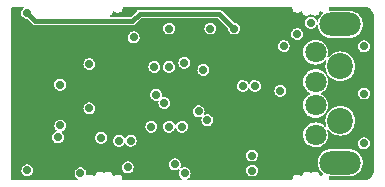
<source format=gbr>
G04 #@! TF.GenerationSoftware,KiCad,Pcbnew,6.0.7+dfsg-3*
G04 #@! TF.CreationDate,2022-10-18T14:34:48+08:00*
G04 #@! TF.ProjectId,stlink,73746c69-6e6b-42e6-9b69-6361645f7063,f*
G04 #@! TF.SameCoordinates,PX5c07920PY68e7780*
G04 #@! TF.FileFunction,Copper,L2,Inr*
G04 #@! TF.FilePolarity,Positive*
%FSLAX46Y46*%
G04 Gerber Fmt 4.6, Leading zero omitted, Abs format (unit mm)*
G04 Created by KiCad (PCBNEW 6.0.7+dfsg-3) date 2022-10-18 14:34:48*
%MOMM*%
%LPD*%
G01*
G04 APERTURE LIST*
G04 #@! TA.AperFunction,ComponentPad*
%ADD10C,1.800000*%
G04 #@! TD*
G04 #@! TA.AperFunction,ComponentPad*
%ADD11O,3.500000X2.000000*%
G04 #@! TD*
G04 #@! TA.AperFunction,ComponentPad*
%ADD12C,2.200000*%
G04 #@! TD*
G04 #@! TA.AperFunction,ViaPad*
%ADD13C,0.700000*%
G04 #@! TD*
G04 #@! TA.AperFunction,Conductor*
%ADD14C,0.381000*%
G04 #@! TD*
G04 APERTURE END LIST*
D10*
G04 #@! TO.N,VBUS*
G04 #@! TO.C,J1*
X38400000Y23500000D03*
G04 #@! TO.N,D-*
X38400000Y21000000D03*
G04 #@! TO.N,D+*
X38400000Y19000000D03*
G04 #@! TO.N,GND*
X38400000Y16500000D03*
D11*
X40500000Y14150000D03*
X40500000Y25850000D03*
D12*
X40500000Y17700000D03*
X40500000Y22300000D03*
G04 #@! TD*
D13*
G04 #@! TO.N,GND*
X36850000Y25037000D03*
X42500000Y24000000D03*
X42500000Y20000000D03*
X38000000Y26000000D03*
X24900000Y19900000D03*
X42500000Y15800000D03*
X16600000Y16300000D03*
X18500000Y13250000D03*
X27325000Y13250000D03*
X26000000Y22250000D03*
X35427600Y20236400D03*
X33040000Y13480000D03*
X19250000Y18750000D03*
X23000000Y24750000D03*
X35699941Y24018606D03*
X24750000Y22250000D03*
X19250000Y22500000D03*
G04 #@! TO.N,+5V*
X13990000Y26815000D03*
X31500000Y25500000D03*
G04 #@! TO.N,+3V3*
X34945000Y23132000D03*
X17286622Y17999861D03*
X33250000Y16250000D03*
X16000000Y24250000D03*
X24200000Y19200000D03*
X23000000Y23500000D03*
X33675000Y23132000D03*
X23000000Y14500000D03*
X29865000Y14750000D03*
X16000000Y25250000D03*
G04 #@! TO.N,D-*
X32230000Y20640000D03*
G04 #@! TO.N,D+*
X33260000Y20640000D03*
G04 #@! TO.N,LED*
X20250000Y16250000D03*
X27100000Y17200000D03*
G04 #@! TO.N,T_DIO*
X16772402Y20750000D03*
X28500000Y18500000D03*
G04 #@! TO.N,T_CLK*
X29250000Y17750000D03*
G04 #@! TO.N,CLK*
X29500000Y25500000D03*
G04 #@! TO.N,T_RX*
X22750000Y16000000D03*
X14000000Y13500000D03*
G04 #@! TO.N,T_TX*
X21750000Y16000000D03*
G04 #@! TO.N,T_RST*
X16800000Y17300000D03*
X26000000Y17200000D03*
G04 #@! TO.N,T_SWO*
X25600000Y19200000D03*
G04 #@! TO.N,DIO*
X28900000Y22000000D03*
G04 #@! TO.N,B0*
X26000000Y25500000D03*
G04 #@! TO.N,RENUM*
X33000000Y14750000D03*
X27300000Y22600000D03*
G04 #@! TO.N,Net-(R10-Pad1)*
X24500000Y17200000D03*
X22500000Y13750000D03*
G04 #@! TO.N,Net-(JP1-Pad2)*
X26500000Y14000000D03*
G04 #@! TD*
D14*
G04 #@! TO.N,+5V*
X13990000Y26815000D02*
X14654999Y26150001D01*
X30250000Y26750000D02*
X31500000Y25500000D01*
X22900001Y26150001D02*
X23500000Y26750000D01*
X23500000Y26750000D02*
X30250000Y26750000D01*
X14654997Y26150003D02*
X22899990Y26150003D01*
G04 #@! TD*
G04 #@! TA.AperFunction,Conductor*
G04 #@! TO.N,+3V3*
G36*
X13679039Y27329507D02*
G01*
X13704759Y27284958D01*
X13695826Y27234300D01*
X13670828Y27208301D01*
X13665239Y27204775D01*
X13665235Y27204772D01*
X13660709Y27201916D01*
X13653550Y27193810D01*
X13568897Y27097959D01*
X13568895Y27097956D01*
X13565351Y27093943D01*
X13561822Y27086427D01*
X13513236Y26982942D01*
X13504129Y26963546D01*
X13503305Y26958256D01*
X13503305Y26958255D01*
X13503203Y26957599D01*
X13481967Y26821207D01*
X13482661Y26815900D01*
X13482661Y26815897D01*
X13484402Y26802587D01*
X13500645Y26678370D01*
X13558662Y26546516D01*
X13562107Y26542418D01*
X13562108Y26542416D01*
X13603308Y26493403D01*
X13651354Y26436245D01*
X13771270Y26356423D01*
X13776388Y26354824D01*
X13903656Y26315062D01*
X13903659Y26315062D01*
X13908769Y26313465D01*
X13941813Y26312859D01*
X13977370Y26312207D01*
X14029165Y26290194D01*
X14399257Y25920102D01*
X14403690Y25915265D01*
X14430859Y25882886D01*
X14467387Y25861797D01*
X14467461Y25861754D01*
X14472993Y25858229D01*
X14502244Y25837747D01*
X14502246Y25837746D01*
X14507633Y25833974D01*
X14513987Y25832271D01*
X14517063Y25830837D01*
X14526838Y25826789D01*
X14530040Y25825624D01*
X14535736Y25822335D01*
X14542211Y25821193D01*
X14542212Y25821193D01*
X14577353Y25814997D01*
X14583759Y25813577D01*
X14624609Y25802631D01*
X14631161Y25803204D01*
X14631163Y25803204D01*
X14666743Y25806317D01*
X14673297Y25806603D01*
X22881708Y25806603D01*
X22888262Y25806317D01*
X22923838Y25803204D01*
X22923840Y25803204D01*
X22930392Y25802631D01*
X22971268Y25813584D01*
X22977674Y25815004D01*
X22998550Y25818685D01*
X23019251Y25822335D01*
X23024946Y25825623D01*
X23028210Y25826811D01*
X23038002Y25830868D01*
X23041011Y25832271D01*
X23047367Y25833974D01*
X23082070Y25858273D01*
X23087601Y25861797D01*
X23124128Y25882886D01*
X23151231Y25915186D01*
X23155663Y25920022D01*
X23620215Y26384574D01*
X23666835Y26406314D01*
X23673389Y26406600D01*
X30076611Y26406600D01*
X30124949Y26389007D01*
X30129785Y26384574D01*
X30971456Y25542903D01*
X30992847Y25499480D01*
X31010645Y25363370D01*
X31035953Y25305853D01*
X31059061Y25253337D01*
X31068662Y25231516D01*
X31072107Y25227418D01*
X31072108Y25227416D01*
X31116760Y25174296D01*
X31161354Y25121245D01*
X31281270Y25041423D01*
X31418769Y24998465D01*
X31492871Y24997107D01*
X31557436Y24995923D01*
X31557438Y24995923D01*
X31562798Y24995825D01*
X31567969Y24997235D01*
X31567971Y24997235D01*
X31657770Y25021717D01*
X31701779Y25033715D01*
X31717238Y25043207D01*
X36341967Y25043207D01*
X36342661Y25037900D01*
X36342661Y25037897D01*
X36348150Y24995923D01*
X36360645Y24900370D01*
X36418662Y24768516D01*
X36422107Y24764418D01*
X36422108Y24764416D01*
X36466812Y24711234D01*
X36511354Y24658245D01*
X36631270Y24578423D01*
X36768769Y24535465D01*
X36842871Y24534107D01*
X36907436Y24532923D01*
X36907438Y24532923D01*
X36912798Y24532825D01*
X36917969Y24534235D01*
X36917971Y24534235D01*
X37003805Y24557636D01*
X37051779Y24570715D01*
X37113253Y24608460D01*
X37169970Y24643284D01*
X37169973Y24643286D01*
X37174539Y24646090D01*
X37271210Y24752890D01*
X37276795Y24764416D01*
X37331682Y24877704D01*
X37331682Y24877705D01*
X37334020Y24882530D01*
X37357919Y25024587D01*
X37357959Y25027794D01*
X37357992Y25030568D01*
X37358071Y25037000D01*
X37357438Y25041423D01*
X37338409Y25174296D01*
X37338408Y25174300D01*
X37337649Y25179599D01*
X37321437Y25215257D01*
X37280245Y25305853D01*
X37278026Y25310734D01*
X37273538Y25315943D01*
X37187487Y25415810D01*
X37187484Y25415813D01*
X37183993Y25419864D01*
X37179502Y25422775D01*
X37067604Y25495303D01*
X37067603Y25495303D01*
X37063111Y25498215D01*
X36986402Y25521156D01*
X36930232Y25537955D01*
X36930229Y25537955D01*
X36925098Y25539490D01*
X36919743Y25539523D01*
X36919741Y25539523D01*
X36854524Y25539921D01*
X36781047Y25540370D01*
X36775897Y25538898D01*
X36775896Y25538898D01*
X36767572Y25536519D01*
X36642539Y25500785D01*
X36638013Y25497929D01*
X36638010Y25497928D01*
X36525237Y25426773D01*
X36520709Y25423916D01*
X36513550Y25415810D01*
X36428897Y25319959D01*
X36428895Y25319956D01*
X36425351Y25315943D01*
X36420614Y25305853D01*
X36374814Y25208303D01*
X36364129Y25185546D01*
X36341967Y25043207D01*
X31717238Y25043207D01*
X31754871Y25066314D01*
X31819970Y25106284D01*
X31819973Y25106286D01*
X31824539Y25109090D01*
X31921210Y25215890D01*
X31926795Y25227416D01*
X31981682Y25340704D01*
X31981682Y25340705D01*
X31984020Y25345530D01*
X32007919Y25487587D01*
X32008071Y25500000D01*
X32007659Y25502880D01*
X31988409Y25637296D01*
X31988408Y25637300D01*
X31987649Y25642599D01*
X31928026Y25773734D01*
X31920167Y25782855D01*
X31837487Y25878810D01*
X31837484Y25878813D01*
X31833993Y25882864D01*
X31829502Y25885775D01*
X31717604Y25958303D01*
X31717603Y25958303D01*
X31713111Y25961215D01*
X31624930Y25987587D01*
X31580232Y26000955D01*
X31580229Y26000955D01*
X31575098Y26002490D01*
X31569743Y26002523D01*
X31569741Y26002523D01*
X31546827Y26002663D01*
X31513464Y26002866D01*
X31465236Y26020754D01*
X31460750Y26024891D01*
X30505740Y26979901D01*
X30501307Y26984738D01*
X30483433Y27006039D01*
X30474138Y27017117D01*
X30468444Y27020405D01*
X30468441Y27020407D01*
X30437529Y27038255D01*
X30432000Y27041778D01*
X30402757Y27062253D01*
X30402754Y27062254D01*
X30397366Y27066027D01*
X30391015Y27067729D01*
X30387935Y27069165D01*
X30378160Y27073213D01*
X30374960Y27074378D01*
X30369261Y27077668D01*
X30342002Y27082475D01*
X30327637Y27085008D01*
X30321235Y27086427D01*
X30286747Y27095667D01*
X30280391Y27097370D01*
X30273839Y27096797D01*
X30273837Y27096797D01*
X30238284Y27093686D01*
X30231730Y27093400D01*
X23518270Y27093400D01*
X23511716Y27093686D01*
X23476163Y27096797D01*
X23476161Y27096797D01*
X23469609Y27097370D01*
X23463253Y27095667D01*
X23428765Y27086427D01*
X23422363Y27085008D01*
X23407998Y27082475D01*
X23380739Y27077668D01*
X23375040Y27074378D01*
X23371840Y27073213D01*
X23362065Y27069165D01*
X23358985Y27067729D01*
X23352634Y27066027D01*
X23347246Y27062254D01*
X23347243Y27062253D01*
X23318000Y27041778D01*
X23312471Y27038255D01*
X23281559Y27020407D01*
X23281556Y27020405D01*
X23275862Y27017117D01*
X23271636Y27012081D01*
X23271634Y27012079D01*
X23248691Y26984736D01*
X23244259Y26979900D01*
X22779788Y26515429D01*
X22733168Y26493689D01*
X22726614Y26493403D01*
X21056442Y26493403D01*
X21008104Y26510996D01*
X20982384Y26555545D01*
X20991317Y26606203D01*
X21022302Y26635607D01*
X21084494Y26667295D01*
X21084495Y26667296D01*
X21089771Y26669984D01*
X21180016Y26760229D01*
X21190709Y26781214D01*
X21231421Y26861117D01*
X21237957Y26873945D01*
X21244719Y26916637D01*
X21269658Y26961627D01*
X21317681Y26980061D01*
X21366318Y26963313D01*
X21372167Y26958046D01*
X21410229Y26919984D01*
X21415505Y26917296D01*
X21415506Y26917295D01*
X21457652Y26895821D01*
X21523945Y26862043D01*
X21529792Y26861117D01*
X21615374Y26847562D01*
X21615376Y26847562D01*
X21618292Y26847100D01*
X21681708Y26847100D01*
X21684624Y26847562D01*
X21684626Y26847562D01*
X21770208Y26861117D01*
X21776055Y26862043D01*
X21842348Y26895821D01*
X21884494Y26917295D01*
X21884495Y26917296D01*
X21889771Y26919984D01*
X21980016Y27010229D01*
X22037957Y27123945D01*
X22057922Y27250000D01*
X22056316Y27260139D01*
X22066133Y27310633D01*
X22106111Y27343004D01*
X22130591Y27347100D01*
X36369409Y27347100D01*
X36417747Y27329507D01*
X36443467Y27284958D01*
X36443684Y27260140D01*
X36442078Y27250000D01*
X36462043Y27123945D01*
X36519984Y27010229D01*
X36610229Y26919984D01*
X36615505Y26917296D01*
X36615506Y26917295D01*
X36657652Y26895821D01*
X36723945Y26862043D01*
X36729792Y26861117D01*
X36815374Y26847562D01*
X36815376Y26847562D01*
X36818292Y26847100D01*
X36881708Y26847100D01*
X36884624Y26847562D01*
X36884626Y26847562D01*
X36970208Y26861117D01*
X36976055Y26862043D01*
X37042348Y26895821D01*
X37084494Y26917295D01*
X37084495Y26917296D01*
X37089771Y26919984D01*
X37127833Y26958046D01*
X37174453Y26979786D01*
X37224140Y26966472D01*
X37253645Y26924335D01*
X37255281Y26916637D01*
X37262043Y26873945D01*
X37268579Y26861117D01*
X37309292Y26781214D01*
X37319984Y26760229D01*
X37410229Y26669984D01*
X37523945Y26612043D01*
X37534660Y26610346D01*
X37615374Y26597562D01*
X37615376Y26597562D01*
X37618292Y26597100D01*
X37681708Y26597100D01*
X37684624Y26597562D01*
X37684626Y26597562D01*
X37739182Y26606203D01*
X37757182Y26609054D01*
X37772079Y26606158D01*
X37774998Y26610477D01*
X37785006Y26616604D01*
X37884494Y26667295D01*
X37884495Y26667296D01*
X37889771Y26669984D01*
X37946826Y26727039D01*
X37993446Y26748779D01*
X38043133Y26735465D01*
X38053174Y26727039D01*
X38110229Y26669984D01*
X38115505Y26667296D01*
X38115506Y26667295D01*
X38216167Y26616006D01*
X38222043Y26609705D01*
X38223529Y26610346D01*
X38239690Y26609549D01*
X38315374Y26597562D01*
X38315376Y26597562D01*
X38318292Y26597100D01*
X38381708Y26597100D01*
X38384624Y26597562D01*
X38384626Y26597562D01*
X38465340Y26610346D01*
X38476055Y26612043D01*
X38589771Y26669984D01*
X38680016Y26760229D01*
X38690709Y26781214D01*
X38731421Y26861117D01*
X38737957Y26873945D01*
X38744719Y26916637D01*
X38769658Y26961627D01*
X38817681Y26980061D01*
X38866318Y26963313D01*
X38872167Y26958046D01*
X38910229Y26919984D01*
X38915505Y26917296D01*
X38915506Y26917295D01*
X39007928Y26870204D01*
X39043010Y26832583D01*
X39045702Y26781214D01*
X39018782Y26742946D01*
X38975254Y26710442D01*
X38831425Y26554848D01*
X38829590Y26551939D01*
X38829588Y26551937D01*
X38826168Y26546516D01*
X38718358Y26375648D01*
X38639841Y26178844D01*
X38639168Y26175460D01*
X38639167Y26175457D01*
X38633457Y26146751D01*
X38606771Y26102774D01*
X38558061Y26086240D01*
X38510119Y26104884D01*
X38488106Y26139405D01*
X38487649Y26142599D01*
X38428026Y26273734D01*
X38423538Y26278943D01*
X38337487Y26378810D01*
X38337484Y26378813D01*
X38333993Y26382864D01*
X38329502Y26385775D01*
X38217604Y26458303D01*
X38217603Y26458303D01*
X38213111Y26461215D01*
X38206381Y26463228D01*
X38205456Y26463916D01*
X38203116Y26464997D01*
X38203343Y26465488D01*
X38187020Y26477631D01*
X38172862Y26474363D01*
X38160480Y26476955D01*
X38159344Y26477295D01*
X38118764Y26489431D01*
X38080232Y26500955D01*
X38080229Y26500955D01*
X38075098Y26502490D01*
X38069743Y26502523D01*
X38069741Y26502523D01*
X38004524Y26502921D01*
X37931047Y26503370D01*
X37925897Y26501898D01*
X37925896Y26501898D01*
X37839810Y26477295D01*
X37814184Y26479109D01*
X37805404Y26469009D01*
X37799651Y26466134D01*
X37797692Y26465258D01*
X37792539Y26463785D01*
X37670709Y26386916D01*
X37657930Y26372446D01*
X37578897Y26282959D01*
X37578895Y26282956D01*
X37575351Y26278943D01*
X37514129Y26148546D01*
X37491967Y26006207D01*
X37492661Y26000900D01*
X37492661Y26000897D01*
X37494402Y25987587D01*
X37510645Y25863370D01*
X37546027Y25782959D01*
X37557994Y25755762D01*
X37568662Y25731516D01*
X37661354Y25621245D01*
X37683830Y25606284D01*
X37767891Y25550329D01*
X37781270Y25541423D01*
X37918769Y25498465D01*
X37992871Y25497107D01*
X38057436Y25495923D01*
X38057438Y25495923D01*
X38062798Y25495825D01*
X38067969Y25497235D01*
X38067971Y25497235D01*
X38168132Y25524542D01*
X38201779Y25533715D01*
X38254871Y25566314D01*
X38319970Y25606284D01*
X38319973Y25606286D01*
X38324539Y25609090D01*
X38421210Y25715890D01*
X38426795Y25727416D01*
X38453654Y25782855D01*
X38490562Y25818685D01*
X38541867Y25822408D01*
X38583562Y25792282D01*
X38595211Y25759068D01*
X38595730Y25759157D01*
X38596313Y25755766D01*
X38596313Y25755762D01*
X38614736Y25648546D01*
X38631613Y25550329D01*
X38704952Y25351537D01*
X38813289Y25169439D01*
X38815563Y25166846D01*
X38940752Y25024095D01*
X38952996Y25010133D01*
X38955702Y25007999D01*
X38955705Y25007997D01*
X39116691Y24881087D01*
X39116694Y24881085D01*
X39119396Y24878955D01*
X39122444Y24877352D01*
X39122446Y24877350D01*
X39303867Y24781899D01*
X39306914Y24780296D01*
X39310199Y24779276D01*
X39505983Y24718484D01*
X39505986Y24718483D01*
X39509272Y24717463D01*
X39512692Y24717058D01*
X39512693Y24717058D01*
X39545907Y24713127D01*
X39681316Y24697100D01*
X41303751Y24697100D01*
X41305446Y24697256D01*
X41305452Y24697256D01*
X41366450Y24702861D01*
X41460999Y24711549D01*
X41480533Y24717058D01*
X41504963Y24723948D01*
X41664932Y24769064D01*
X41668020Y24770587D01*
X41668023Y24770588D01*
X41761997Y24816931D01*
X41854969Y24862780D01*
X42024746Y24989558D01*
X42168575Y25145152D01*
X42190310Y25179599D01*
X42236321Y25252523D01*
X42281642Y25324352D01*
X42346766Y25487587D01*
X42358879Y25517947D01*
X42358880Y25517950D01*
X42360159Y25521156D01*
X42362658Y25533715D01*
X42400823Y25725590D01*
X42401496Y25728973D01*
X42404270Y25940843D01*
X42400770Y25961215D01*
X42368970Y26146279D01*
X42368970Y26146281D01*
X42368387Y26149671D01*
X42295048Y26348463D01*
X42186711Y26530561D01*
X42062367Y26672349D01*
X42049280Y26687272D01*
X42049278Y26687273D01*
X42047004Y26689867D01*
X42044298Y26692001D01*
X42044295Y26692003D01*
X41883309Y26818913D01*
X41883306Y26818915D01*
X41880604Y26821045D01*
X41877556Y26822648D01*
X41877554Y26822650D01*
X41696133Y26918101D01*
X41696132Y26918101D01*
X41693086Y26919704D01*
X41678172Y26924335D01*
X41494017Y26981516D01*
X41494014Y26981517D01*
X41490728Y26982537D01*
X41487308Y26982942D01*
X41487307Y26982942D01*
X41440761Y26988451D01*
X41318684Y27002900D01*
X39696249Y27002900D01*
X39694554Y27002744D01*
X39694548Y27002744D01*
X39601271Y26994173D01*
X39551526Y27007270D01*
X39521838Y27049278D01*
X39527386Y27103198D01*
X39535270Y27118671D01*
X39535270Y27118672D01*
X39537957Y27123945D01*
X39557922Y27250000D01*
X39556316Y27260139D01*
X39566133Y27310633D01*
X39606111Y27343004D01*
X39630591Y27347100D01*
X42469968Y27347100D01*
X42489430Y27344538D01*
X42500000Y27341706D01*
X42509562Y27344268D01*
X42519462Y27344268D01*
X42519462Y27343581D01*
X42528336Y27344309D01*
X42657892Y27331549D01*
X42672348Y27328673D01*
X42817083Y27284768D01*
X42830698Y27279129D01*
X42962284Y27208796D01*
X42964093Y27207829D01*
X42976351Y27199638D01*
X43093265Y27103688D01*
X43103688Y27093265D01*
X43170317Y27012078D01*
X43192757Y26984736D01*
X43199638Y26976351D01*
X43207828Y26964094D01*
X43275644Y26837220D01*
X43279128Y26830701D01*
X43284768Y26817083D01*
X43328119Y26674174D01*
X43328673Y26672349D01*
X43331549Y26657892D01*
X43343835Y26533154D01*
X43344309Y26528337D01*
X43343581Y26519462D01*
X43344268Y26519462D01*
X43344268Y26509562D01*
X43341706Y26500000D01*
X43344268Y26490439D01*
X43344538Y26489431D01*
X43347100Y26469968D01*
X43347100Y13530032D01*
X43344538Y13510570D01*
X43341706Y13500000D01*
X43344268Y13490438D01*
X43344268Y13480538D01*
X43343581Y13480538D01*
X43344309Y13471664D01*
X43332197Y13348688D01*
X43331549Y13342109D01*
X43328673Y13327652D01*
X43288704Y13195890D01*
X43284769Y13182919D01*
X43279129Y13169302D01*
X43211061Y13041954D01*
X43207829Y13035907D01*
X43199638Y13023649D01*
X43103688Y12906735D01*
X43093265Y12896312D01*
X42976351Y12800362D01*
X42964094Y12792172D01*
X42830698Y12720871D01*
X42817083Y12715232D01*
X42682265Y12674335D01*
X42672349Y12671327D01*
X42657892Y12668451D01*
X42528336Y12655691D01*
X42519462Y12656419D01*
X42519462Y12655732D01*
X42509562Y12655732D01*
X42500000Y12658294D01*
X42489431Y12655462D01*
X42469968Y12652900D01*
X39630591Y12652900D01*
X39582253Y12670493D01*
X39556533Y12715042D01*
X39556316Y12739861D01*
X39556996Y12744155D01*
X39557922Y12750000D01*
X39537957Y12876055D01*
X39535270Y12881328D01*
X39535269Y12881332D01*
X39526995Y12897571D01*
X39520727Y12948628D01*
X39548743Y12991768D01*
X39602837Y13006389D01*
X39681316Y12997100D01*
X41303751Y12997100D01*
X41305446Y12997256D01*
X41305452Y12997256D01*
X41366450Y13002861D01*
X41460999Y13011549D01*
X41481969Y13017463D01*
X41549536Y13036519D01*
X41664932Y13069064D01*
X41668020Y13070587D01*
X41668023Y13070588D01*
X41804633Y13137957D01*
X41854969Y13162780D01*
X42024746Y13289558D01*
X42168575Y13445152D01*
X42182731Y13467587D01*
X42226223Y13536519D01*
X42281642Y13624352D01*
X42334880Y13757794D01*
X42358879Y13817947D01*
X42358880Y13817950D01*
X42360159Y13821156D01*
X42365008Y13845530D01*
X42400823Y14025590D01*
X42401496Y14028973D01*
X42404270Y14240843D01*
X42402961Y14248465D01*
X42368970Y14446279D01*
X42368970Y14446281D01*
X42368387Y14449671D01*
X42295048Y14648463D01*
X42186711Y14830561D01*
X42047004Y14989867D01*
X42044298Y14992001D01*
X42044295Y14992003D01*
X41883309Y15118913D01*
X41883306Y15118915D01*
X41880604Y15121045D01*
X41877556Y15122648D01*
X41877554Y15122650D01*
X41696133Y15218101D01*
X41696132Y15218101D01*
X41693086Y15219704D01*
X41589403Y15251898D01*
X41494017Y15281516D01*
X41494014Y15281517D01*
X41490728Y15282537D01*
X41487308Y15282942D01*
X41487307Y15282942D01*
X41454093Y15286873D01*
X41318684Y15302900D01*
X39696249Y15302900D01*
X39694554Y15302744D01*
X39694548Y15302744D01*
X39634597Y15297235D01*
X39539001Y15288451D01*
X39535683Y15287515D01*
X39535682Y15287515D01*
X39514411Y15281516D01*
X39335068Y15230936D01*
X39331980Y15229413D01*
X39331977Y15229412D01*
X39289173Y15208303D01*
X39145031Y15137220D01*
X38975254Y15010442D01*
X38831425Y14854848D01*
X38718358Y14675648D01*
X38706222Y14645229D01*
X38642864Y14486420D01*
X38639841Y14478844D01*
X38639168Y14475463D01*
X38639167Y14475458D01*
X38605131Y14304345D01*
X38598504Y14271027D01*
X38595730Y14059157D01*
X38596313Y14055765D01*
X38596313Y14055763D01*
X38608758Y13983337D01*
X38631613Y13850329D01*
X38704952Y13651537D01*
X38813289Y13469439D01*
X38815563Y13466846D01*
X38943726Y13320704D01*
X38952996Y13310133D01*
X38955702Y13307999D01*
X38955705Y13307997D01*
X39021257Y13256321D01*
X39048325Y13212579D01*
X39040944Y13161672D01*
X39008841Y13130261D01*
X38972714Y13111853D01*
X38916798Y13083363D01*
X38910229Y13080016D01*
X38872167Y13041954D01*
X38825547Y13020214D01*
X38775860Y13033528D01*
X38746355Y13075665D01*
X38744719Y13083363D01*
X38738883Y13120209D01*
X38738883Y13120210D01*
X38737957Y13126055D01*
X38691914Y13216420D01*
X38682705Y13234494D01*
X38682704Y13234495D01*
X38680016Y13239771D01*
X38589771Y13330016D01*
X38476055Y13387957D01*
X38442605Y13393255D01*
X38384626Y13402438D01*
X38384624Y13402438D01*
X38381708Y13402900D01*
X38318292Y13402900D01*
X38315376Y13402438D01*
X38315374Y13402438D01*
X38257395Y13393255D01*
X38223945Y13387957D01*
X38110229Y13330016D01*
X38053174Y13272961D01*
X38006554Y13251221D01*
X37956867Y13264535D01*
X37946826Y13272961D01*
X37889771Y13330016D01*
X37776055Y13387957D01*
X37742605Y13393255D01*
X37684626Y13402438D01*
X37684624Y13402438D01*
X37681708Y13402900D01*
X37618292Y13402900D01*
X37615376Y13402438D01*
X37615374Y13402438D01*
X37557395Y13393255D01*
X37523945Y13387957D01*
X37410229Y13330016D01*
X37319984Y13239771D01*
X37317296Y13234495D01*
X37317295Y13234494D01*
X37308086Y13216420D01*
X37262043Y13126055D01*
X37261117Y13120210D01*
X37261117Y13120209D01*
X37255281Y13083363D01*
X37230342Y13038373D01*
X37182319Y13019939D01*
X37133682Y13036687D01*
X37127833Y13041954D01*
X37089771Y13080016D01*
X37083203Y13083363D01*
X37032710Y13109090D01*
X36976055Y13137957D01*
X36945040Y13142869D01*
X36884626Y13152438D01*
X36884624Y13152438D01*
X36881708Y13152900D01*
X36818292Y13152900D01*
X36815376Y13152438D01*
X36815374Y13152438D01*
X36754960Y13142869D01*
X36723945Y13137957D01*
X36667290Y13109090D01*
X36616798Y13083363D01*
X36610229Y13080016D01*
X36519984Y12989771D01*
X36517296Y12984495D01*
X36517295Y12984494D01*
X36507816Y12965890D01*
X36462043Y12876055D01*
X36442078Y12750000D01*
X36443004Y12744155D01*
X36443684Y12739861D01*
X36433867Y12689367D01*
X36393889Y12656996D01*
X36369409Y12652900D01*
X27579920Y12652900D01*
X27531582Y12670493D01*
X27505862Y12715042D01*
X27514795Y12765700D01*
X27540572Y12792184D01*
X27644970Y12856284D01*
X27644974Y12856287D01*
X27649539Y12859090D01*
X27667545Y12878982D01*
X27742612Y12961915D01*
X27746210Y12965890D01*
X27751024Y12975825D01*
X27806682Y13090704D01*
X27806682Y13090705D01*
X27809020Y13095530D01*
X27832919Y13237587D01*
X27833071Y13250000D01*
X27832659Y13252880D01*
X27813409Y13387296D01*
X27813408Y13387300D01*
X27812649Y13392599D01*
X27807966Y13402900D01*
X27770088Y13486207D01*
X32531967Y13486207D01*
X32532661Y13480900D01*
X32532661Y13480897D01*
X32537666Y13442623D01*
X32550645Y13343370D01*
X32573209Y13292090D01*
X32597191Y13237587D01*
X32608662Y13211516D01*
X32612107Y13207418D01*
X32612108Y13207416D01*
X32657364Y13153578D01*
X32701354Y13101245D01*
X32722745Y13087006D01*
X32804921Y13032306D01*
X32821270Y13021423D01*
X32958769Y12978465D01*
X33032871Y12977107D01*
X33097436Y12975923D01*
X33097438Y12975923D01*
X33102798Y12975825D01*
X33107969Y12977235D01*
X33107971Y12977235D01*
X33214907Y13006389D01*
X33241779Y13013715D01*
X33334406Y13070588D01*
X33359970Y13086284D01*
X33359973Y13086286D01*
X33364539Y13089090D01*
X33397357Y13125346D01*
X33457612Y13191915D01*
X33461210Y13195890D01*
X33466795Y13207416D01*
X33521682Y13320704D01*
X33521682Y13320705D01*
X33524020Y13325530D01*
X33547919Y13467587D01*
X33547958Y13470715D01*
X33548035Y13477091D01*
X33548071Y13480000D01*
X33547659Y13482880D01*
X33528409Y13617296D01*
X33528408Y13617300D01*
X33527649Y13622599D01*
X33525397Y13627554D01*
X33475898Y13736420D01*
X33468026Y13753734D01*
X33461337Y13761497D01*
X33377487Y13858810D01*
X33377484Y13858813D01*
X33373993Y13862864D01*
X33369502Y13865775D01*
X33257604Y13938303D01*
X33257603Y13938303D01*
X33253111Y13941215D01*
X33172721Y13965257D01*
X33120232Y13980955D01*
X33120229Y13980955D01*
X33115098Y13982490D01*
X33109743Y13982523D01*
X33109741Y13982523D01*
X33044524Y13982921D01*
X32971047Y13983370D01*
X32965897Y13981898D01*
X32965896Y13981898D01*
X32907670Y13965257D01*
X32832539Y13943785D01*
X32828013Y13940929D01*
X32828010Y13940928D01*
X32736047Y13882903D01*
X32710709Y13866916D01*
X32703550Y13858810D01*
X32618897Y13762959D01*
X32618895Y13762956D01*
X32615351Y13758943D01*
X32554129Y13628546D01*
X32553305Y13623256D01*
X32553305Y13623255D01*
X32549811Y13600816D01*
X32531967Y13486207D01*
X27770088Y13486207D01*
X27753026Y13523734D01*
X27748538Y13528943D01*
X27662487Y13628810D01*
X27662484Y13628813D01*
X27658993Y13632864D01*
X27654502Y13635775D01*
X27542604Y13708303D01*
X27542603Y13708303D01*
X27538111Y13711215D01*
X27449930Y13737587D01*
X27405232Y13750955D01*
X27405229Y13750955D01*
X27400098Y13752490D01*
X27394743Y13752523D01*
X27394741Y13752523D01*
X27329524Y13752921D01*
X27256047Y13753370D01*
X27250897Y13751898D01*
X27250896Y13751898D01*
X27211015Y13740500D01*
X27117539Y13713785D01*
X27113013Y13710929D01*
X27113010Y13710928D01*
X27055827Y13674848D01*
X27005558Y13663934D01*
X26960034Y13687885D01*
X26940557Y13735495D01*
X26948023Y13771233D01*
X26984020Y13845530D01*
X27007919Y13987587D01*
X27008071Y14000000D01*
X27007659Y14002880D01*
X26988409Y14137296D01*
X26988408Y14137300D01*
X26987649Y14142599D01*
X26957776Y14208303D01*
X26944545Y14237401D01*
X26928026Y14273734D01*
X26920640Y14282306D01*
X26837487Y14378810D01*
X26837484Y14378813D01*
X26833993Y14382864D01*
X26829502Y14385775D01*
X26717604Y14458303D01*
X26717603Y14458303D01*
X26713111Y14461215D01*
X26628832Y14486420D01*
X26580232Y14500955D01*
X26580229Y14500955D01*
X26575098Y14502490D01*
X26569743Y14502523D01*
X26569741Y14502523D01*
X26504524Y14502921D01*
X26431047Y14503370D01*
X26425897Y14501898D01*
X26425896Y14501898D01*
X26371739Y14486420D01*
X26292539Y14463785D01*
X26288013Y14460929D01*
X26288010Y14460928D01*
X26175237Y14389773D01*
X26170709Y14386916D01*
X26163550Y14378810D01*
X26078897Y14282959D01*
X26078895Y14282956D01*
X26075351Y14278943D01*
X26014129Y14148546D01*
X26013305Y14143256D01*
X26013305Y14143255D01*
X26011693Y14132903D01*
X25991967Y14006207D01*
X25992661Y14000900D01*
X25992661Y14000897D01*
X25995064Y13982523D01*
X26010645Y13863370D01*
X26018495Y13845530D01*
X26061034Y13748853D01*
X26068662Y13731516D01*
X26072107Y13727418D01*
X26072108Y13727416D01*
X26116296Y13674848D01*
X26161354Y13621245D01*
X26281270Y13541423D01*
X26418769Y13498465D01*
X26492871Y13497107D01*
X26557436Y13495923D01*
X26557438Y13495923D01*
X26562798Y13495825D01*
X26567969Y13497235D01*
X26567971Y13497235D01*
X26651953Y13520131D01*
X26701779Y13533715D01*
X26769644Y13575384D01*
X26820041Y13585684D01*
X26865269Y13561178D01*
X26884163Y13513334D01*
X26877062Y13479341D01*
X26841405Y13403395D01*
X26841404Y13403392D01*
X26839129Y13398546D01*
X26838305Y13393256D01*
X26838305Y13393255D01*
X26831366Y13348688D01*
X26816967Y13256207D01*
X26817661Y13250900D01*
X26817661Y13250897D01*
X26820732Y13227416D01*
X26835645Y13113370D01*
X26893662Y12981516D01*
X26897107Y12977418D01*
X26897108Y12977416D01*
X26902741Y12970715D01*
X26986354Y12871245D01*
X27008825Y12856287D01*
X27106270Y12791423D01*
X27104934Y12789417D01*
X27134544Y12759288D01*
X27138583Y12708007D01*
X27108714Y12666128D01*
X27066117Y12652900D01*
X22130591Y12652900D01*
X22082253Y12670493D01*
X22056533Y12715042D01*
X22056316Y12739861D01*
X22056996Y12744155D01*
X22057922Y12750000D01*
X22037957Y12876055D01*
X21992184Y12965890D01*
X21982705Y12984494D01*
X21982704Y12984495D01*
X21980016Y12989771D01*
X21889771Y13080016D01*
X21883203Y13083363D01*
X21832710Y13109090D01*
X21776055Y13137957D01*
X21745040Y13142869D01*
X21684626Y13152438D01*
X21684624Y13152438D01*
X21681708Y13152900D01*
X21618292Y13152900D01*
X21615376Y13152438D01*
X21615374Y13152438D01*
X21554960Y13142869D01*
X21523945Y13137957D01*
X21467290Y13109090D01*
X21416798Y13083363D01*
X21410229Y13080016D01*
X21372167Y13041954D01*
X21325547Y13020214D01*
X21275860Y13033528D01*
X21246355Y13075665D01*
X21244719Y13083363D01*
X21238883Y13120209D01*
X21238883Y13120210D01*
X21237957Y13126055D01*
X21191914Y13216420D01*
X21182705Y13234494D01*
X21182704Y13234495D01*
X21180016Y13239771D01*
X21089771Y13330016D01*
X20976055Y13387957D01*
X20942605Y13393255D01*
X20884626Y13402438D01*
X20884624Y13402438D01*
X20881708Y13402900D01*
X20818292Y13402900D01*
X20815376Y13402438D01*
X20815374Y13402438D01*
X20757395Y13393255D01*
X20723945Y13387957D01*
X20610229Y13330016D01*
X20553174Y13272961D01*
X20506554Y13251221D01*
X20456867Y13264535D01*
X20446826Y13272961D01*
X20389771Y13330016D01*
X20276055Y13387957D01*
X20242605Y13393255D01*
X20184626Y13402438D01*
X20184624Y13402438D01*
X20181708Y13402900D01*
X20118292Y13402900D01*
X20115376Y13402438D01*
X20115374Y13402438D01*
X20057395Y13393255D01*
X20023945Y13387957D01*
X19910229Y13330016D01*
X19819984Y13239771D01*
X19817296Y13234495D01*
X19817295Y13234494D01*
X19808086Y13216420D01*
X19762043Y13126055D01*
X19761117Y13120210D01*
X19761117Y13120209D01*
X19755281Y13083363D01*
X19730342Y13038373D01*
X19682319Y13019939D01*
X19633682Y13036687D01*
X19627833Y13041954D01*
X19589771Y13080016D01*
X19583203Y13083363D01*
X19532710Y13109090D01*
X19476055Y13137957D01*
X19445040Y13142869D01*
X19384626Y13152438D01*
X19384624Y13152438D01*
X19381708Y13152900D01*
X19318292Y13152900D01*
X19315376Y13152438D01*
X19315374Y13152438D01*
X19254960Y13142869D01*
X19223945Y13137957D01*
X19167290Y13109090D01*
X19115502Y13082703D01*
X19115501Y13082702D01*
X19110229Y13080016D01*
X19109807Y13079594D01*
X19062700Y13066085D01*
X19015707Y13087006D01*
X18993156Y13133240D01*
X18993786Y13153578D01*
X19004358Y13216420D01*
X19007919Y13237587D01*
X19008071Y13250000D01*
X19007659Y13252880D01*
X18988409Y13387296D01*
X18988408Y13387300D01*
X18987649Y13392599D01*
X18982966Y13402900D01*
X18945088Y13486207D01*
X18928026Y13523734D01*
X18923538Y13528943D01*
X18837487Y13628810D01*
X18837484Y13628813D01*
X18833993Y13632864D01*
X18829502Y13635775D01*
X18717604Y13708303D01*
X18717603Y13708303D01*
X18713111Y13711215D01*
X18624930Y13737587D01*
X18580232Y13750955D01*
X18580229Y13750955D01*
X18575098Y13752490D01*
X18569743Y13752523D01*
X18569741Y13752523D01*
X18504524Y13752921D01*
X18431047Y13753370D01*
X18425897Y13751898D01*
X18425896Y13751898D01*
X18386015Y13740500D01*
X18292539Y13713785D01*
X18288013Y13710929D01*
X18288010Y13710928D01*
X18180756Y13643255D01*
X18170709Y13636916D01*
X18163550Y13628810D01*
X18078897Y13532959D01*
X18078895Y13532956D01*
X18075351Y13528943D01*
X18060464Y13497235D01*
X18016406Y13403395D01*
X18014129Y13398546D01*
X18013305Y13393256D01*
X18013305Y13393255D01*
X18006366Y13348688D01*
X17991967Y13256207D01*
X17992661Y13250900D01*
X17992661Y13250897D01*
X17995732Y13227416D01*
X18010645Y13113370D01*
X18068662Y12981516D01*
X18072107Y12977418D01*
X18072108Y12977416D01*
X18077741Y12970715D01*
X18161354Y12871245D01*
X18183825Y12856287D01*
X18281270Y12791423D01*
X18279934Y12789417D01*
X18309544Y12759288D01*
X18313583Y12708007D01*
X18283714Y12666128D01*
X18241117Y12652900D01*
X12728100Y12652900D01*
X12679762Y12670493D01*
X12654042Y12715042D01*
X12652900Y12728100D01*
X12652900Y13506207D01*
X13491967Y13506207D01*
X13492661Y13500900D01*
X13492661Y13500897D01*
X13495394Y13480000D01*
X13510645Y13363370D01*
X13532928Y13312728D01*
X13557748Y13256321D01*
X13568662Y13231516D01*
X13572107Y13227418D01*
X13572108Y13227416D01*
X13601950Y13191915D01*
X13661354Y13121245D01*
X13781270Y13041423D01*
X13918769Y12998465D01*
X13992871Y12997107D01*
X14057436Y12995923D01*
X14057438Y12995923D01*
X14062798Y12995825D01*
X14067969Y12997235D01*
X14067971Y12997235D01*
X14156692Y13021423D01*
X14201779Y13033715D01*
X14259350Y13069064D01*
X14319970Y13106284D01*
X14319973Y13106286D01*
X14324539Y13109090D01*
X14334604Y13120209D01*
X14417612Y13211915D01*
X14421210Y13215890D01*
X14426795Y13227416D01*
X14481682Y13340704D01*
X14481682Y13340705D01*
X14484020Y13345530D01*
X14507919Y13487587D01*
X14508071Y13500000D01*
X14507659Y13502880D01*
X14488409Y13637296D01*
X14488408Y13637300D01*
X14487649Y13642599D01*
X14483586Y13651537D01*
X14445412Y13735495D01*
X14435995Y13756207D01*
X21991967Y13756207D01*
X21992661Y13750900D01*
X21992661Y13750897D01*
X21995732Y13727416D01*
X22010645Y13613370D01*
X22068662Y13481516D01*
X22072107Y13477418D01*
X22072108Y13477416D01*
X22080370Y13467587D01*
X22161354Y13371245D01*
X22281270Y13291423D01*
X22418769Y13248465D01*
X22492871Y13247107D01*
X22557436Y13245923D01*
X22557438Y13245923D01*
X22562798Y13245825D01*
X22567969Y13247235D01*
X22567971Y13247235D01*
X22662333Y13272961D01*
X22701779Y13283715D01*
X22762021Y13320704D01*
X22819970Y13356284D01*
X22819973Y13356286D01*
X22824539Y13359090D01*
X22921210Y13465890D01*
X22926795Y13477416D01*
X22981682Y13590704D01*
X22981682Y13590705D01*
X22984020Y13595530D01*
X23007919Y13737587D01*
X23008071Y13750000D01*
X23007659Y13752880D01*
X22988409Y13887296D01*
X22988408Y13887300D01*
X22987649Y13892599D01*
X22964848Y13942749D01*
X22947476Y13980955D01*
X22928026Y14023734D01*
X22923512Y14028973D01*
X22837487Y14128810D01*
X22837484Y14128813D01*
X22833993Y14132864D01*
X22829502Y14135775D01*
X22717604Y14208303D01*
X22717603Y14208303D01*
X22713111Y14211215D01*
X22614043Y14240843D01*
X22580232Y14250955D01*
X22580229Y14250955D01*
X22575098Y14252490D01*
X22569743Y14252523D01*
X22569741Y14252523D01*
X22504524Y14252921D01*
X22431047Y14253370D01*
X22425897Y14251898D01*
X22425896Y14251898D01*
X22387215Y14240843D01*
X22292539Y14213785D01*
X22288013Y14210929D01*
X22288010Y14210928D01*
X22180756Y14143255D01*
X22170709Y14136916D01*
X22163550Y14128810D01*
X22078897Y14032959D01*
X22078895Y14032956D01*
X22075351Y14028943D01*
X22070614Y14018853D01*
X22034028Y13940928D01*
X22014129Y13898546D01*
X22013305Y13893256D01*
X22013305Y13893255D01*
X22006622Y13850329D01*
X21991967Y13756207D01*
X14435995Y13756207D01*
X14428026Y13773734D01*
X14423538Y13778943D01*
X14337487Y13878810D01*
X14337484Y13878813D01*
X14333993Y13882864D01*
X14329502Y13885775D01*
X14217604Y13958303D01*
X14217603Y13958303D01*
X14213111Y13961215D01*
X14124930Y13987587D01*
X14080232Y14000955D01*
X14080229Y14000955D01*
X14075098Y14002490D01*
X14069743Y14002523D01*
X14069741Y14002523D01*
X14004524Y14002921D01*
X13931047Y14003370D01*
X13925897Y14001898D01*
X13925896Y14001898D01*
X13886015Y13990500D01*
X13792539Y13963785D01*
X13788013Y13960929D01*
X13788010Y13960928D01*
X13680756Y13893255D01*
X13670709Y13886916D01*
X13663550Y13878810D01*
X13578897Y13782959D01*
X13578895Y13782956D01*
X13575351Y13778943D01*
X13564676Y13756207D01*
X13517052Y13654771D01*
X13514129Y13648546D01*
X13513305Y13643256D01*
X13513305Y13643255D01*
X13505942Y13595963D01*
X13491967Y13506207D01*
X12652900Y13506207D01*
X12652900Y14756207D01*
X32491967Y14756207D01*
X32492661Y14750900D01*
X32492661Y14750897D01*
X32493159Y14747091D01*
X32510645Y14613370D01*
X32552580Y14518065D01*
X32559061Y14503337D01*
X32568662Y14481516D01*
X32572107Y14477418D01*
X32572108Y14477416D01*
X32625923Y14413396D01*
X32661354Y14371245D01*
X32781270Y14291423D01*
X32918769Y14248465D01*
X32992871Y14247107D01*
X33057436Y14245923D01*
X33057438Y14245923D01*
X33062798Y14245825D01*
X33067969Y14247235D01*
X33067971Y14247235D01*
X33155239Y14271027D01*
X33201779Y14283715D01*
X33254871Y14316314D01*
X33319970Y14356284D01*
X33319973Y14356286D01*
X33324539Y14359090D01*
X33421210Y14465890D01*
X33426795Y14477416D01*
X33481682Y14590704D01*
X33481682Y14590705D01*
X33484020Y14595530D01*
X33507919Y14737587D01*
X33508071Y14750000D01*
X33507659Y14752880D01*
X33488409Y14887296D01*
X33488408Y14887300D01*
X33487649Y14892599D01*
X33428026Y15023734D01*
X33423538Y15028943D01*
X33337487Y15128810D01*
X33337484Y15128813D01*
X33333993Y15132864D01*
X33329502Y15135775D01*
X33217604Y15208303D01*
X33217603Y15208303D01*
X33213111Y15211215D01*
X33136912Y15234003D01*
X33080232Y15250955D01*
X33080229Y15250955D01*
X33075098Y15252490D01*
X33069743Y15252523D01*
X33069741Y15252523D01*
X33004524Y15252921D01*
X32931047Y15253370D01*
X32925897Y15251898D01*
X32925896Y15251898D01*
X32861793Y15233577D01*
X32792539Y15213785D01*
X32788013Y15210929D01*
X32788010Y15210928D01*
X32675237Y15139773D01*
X32670709Y15136916D01*
X32663550Y15128810D01*
X32578897Y15032959D01*
X32578895Y15032956D01*
X32575351Y15028943D01*
X32514129Y14898546D01*
X32491967Y14756207D01*
X12652900Y14756207D01*
X12652900Y16306207D01*
X16091967Y16306207D01*
X16092661Y16300900D01*
X16092661Y16300897D01*
X16097449Y16264285D01*
X16110645Y16163370D01*
X16168662Y16031516D01*
X16172107Y16027418D01*
X16172108Y16027416D01*
X16219770Y15970715D01*
X16261354Y15921245D01*
X16381270Y15841423D01*
X16518769Y15798465D01*
X16592871Y15797107D01*
X16657436Y15795923D01*
X16657438Y15795923D01*
X16662798Y15795825D01*
X16667969Y15797235D01*
X16667971Y15797235D01*
X16743695Y15817880D01*
X16801779Y15833715D01*
X16858738Y15868688D01*
X16919970Y15906284D01*
X16919973Y15906286D01*
X16924539Y15909090D01*
X16992994Y15984717D01*
X17017612Y16011915D01*
X17021210Y16015890D01*
X17026795Y16027416D01*
X17081682Y16140704D01*
X17081682Y16140705D01*
X17084020Y16145530D01*
X17102640Y16256207D01*
X19741967Y16256207D01*
X19742661Y16250900D01*
X19742661Y16250897D01*
X19743159Y16247091D01*
X19760645Y16113370D01*
X19818662Y15981516D01*
X19822107Y15977418D01*
X19822108Y15977416D01*
X19861842Y15930147D01*
X19911354Y15871245D01*
X19951694Y15844393D01*
X20022539Y15797235D01*
X20031270Y15791423D01*
X20168769Y15748465D01*
X20242871Y15747107D01*
X20307436Y15745923D01*
X20307438Y15745923D01*
X20312798Y15745825D01*
X20317969Y15747235D01*
X20317971Y15747235D01*
X20409501Y15772189D01*
X20451779Y15783715D01*
X20537779Y15836519D01*
X20569970Y15856284D01*
X20569973Y15856286D01*
X20574539Y15859090D01*
X20602642Y15890137D01*
X20667612Y15961915D01*
X20671210Y15965890D01*
X20676795Y15977416D01*
X20690744Y16006207D01*
X21241967Y16006207D01*
X21242661Y16000900D01*
X21242661Y16000897D01*
X21245732Y15977416D01*
X21260645Y15863370D01*
X21318662Y15731516D01*
X21322107Y15727418D01*
X21322108Y15727416D01*
X21331797Y15715890D01*
X21411354Y15621245D01*
X21531270Y15541423D01*
X21668769Y15498465D01*
X21742871Y15497107D01*
X21807436Y15495923D01*
X21807438Y15495923D01*
X21812798Y15495825D01*
X21817969Y15497235D01*
X21817971Y15497235D01*
X21935786Y15529355D01*
X21951779Y15533715D01*
X22004871Y15566314D01*
X22069970Y15606284D01*
X22069973Y15606286D01*
X22074539Y15609090D01*
X22171210Y15715890D01*
X22181127Y15736359D01*
X22218037Y15772189D01*
X22269342Y15775911D01*
X22311036Y15745784D01*
X22313903Y15740598D01*
X22316504Y15736420D01*
X22318662Y15731516D01*
X22322107Y15727418D01*
X22322108Y15727416D01*
X22331797Y15715890D01*
X22411354Y15621245D01*
X22531270Y15541423D01*
X22668769Y15498465D01*
X22742871Y15497107D01*
X22807436Y15495923D01*
X22807438Y15495923D01*
X22812798Y15495825D01*
X22817969Y15497235D01*
X22817971Y15497235D01*
X22935786Y15529355D01*
X22951779Y15533715D01*
X23004871Y15566314D01*
X23069970Y15606284D01*
X23069973Y15606286D01*
X23074539Y15609090D01*
X23171210Y15715890D01*
X23176795Y15727416D01*
X23231682Y15840704D01*
X23231682Y15840705D01*
X23234020Y15845530D01*
X23257919Y15987587D01*
X23258071Y16000000D01*
X23257659Y16002880D01*
X23238409Y16137296D01*
X23238408Y16137300D01*
X23237649Y16142599D01*
X23230438Y16158460D01*
X23187508Y16252880D01*
X23178026Y16273734D01*
X23173538Y16278943D01*
X23087487Y16378810D01*
X23087484Y16378813D01*
X23083993Y16382864D01*
X23079502Y16385775D01*
X22967604Y16458303D01*
X22967603Y16458303D01*
X22963111Y16461215D01*
X22886912Y16484003D01*
X22830232Y16500955D01*
X22830229Y16500955D01*
X22825098Y16502490D01*
X22819743Y16502523D01*
X22819741Y16502523D01*
X22754524Y16502921D01*
X22681047Y16503370D01*
X22675897Y16501898D01*
X22675896Y16501898D01*
X22669255Y16500000D01*
X22542539Y16463785D01*
X22538013Y16460929D01*
X22538010Y16460928D01*
X22430756Y16393255D01*
X22420709Y16386916D01*
X22413550Y16378810D01*
X22328897Y16282959D01*
X22328895Y16282956D01*
X22325351Y16278943D01*
X22323075Y16274096D01*
X22323072Y16274091D01*
X22318468Y16264285D01*
X22281998Y16228008D01*
X22230742Y16223660D01*
X22188684Y16253276D01*
X22181946Y16265112D01*
X22178026Y16273734D01*
X22173538Y16278943D01*
X22087487Y16378810D01*
X22087484Y16378813D01*
X22083993Y16382864D01*
X22079502Y16385775D01*
X21967604Y16458303D01*
X21967603Y16458303D01*
X21963111Y16461215D01*
X21886912Y16484003D01*
X21830232Y16500955D01*
X21830229Y16500955D01*
X21825098Y16502490D01*
X21819743Y16502523D01*
X21819741Y16502523D01*
X21754524Y16502921D01*
X21681047Y16503370D01*
X21675897Y16501898D01*
X21675896Y16501898D01*
X21669255Y16500000D01*
X21542539Y16463785D01*
X21538013Y16460929D01*
X21538010Y16460928D01*
X21430756Y16393255D01*
X21420709Y16386916D01*
X21413550Y16378810D01*
X21328897Y16282959D01*
X21328895Y16282956D01*
X21325351Y16278943D01*
X21314676Y16256207D01*
X21268784Y16158460D01*
X21264129Y16148546D01*
X21263305Y16143256D01*
X21263305Y16143255D01*
X21255942Y16095963D01*
X21241967Y16006207D01*
X20690744Y16006207D01*
X20731682Y16090704D01*
X20731682Y16090705D01*
X20734020Y16095530D01*
X20757919Y16237587D01*
X20758071Y16250000D01*
X20757602Y16253276D01*
X20738409Y16387296D01*
X20738408Y16387300D01*
X20737649Y16392599D01*
X20707776Y16458303D01*
X20682101Y16514772D01*
X37342108Y16514772D01*
X37342416Y16511104D01*
X37342416Y16511101D01*
X37353525Y16378810D01*
X37359386Y16309012D01*
X37416301Y16110526D01*
X37510685Y15926875D01*
X37638942Y15765055D01*
X37641736Y15762677D01*
X37641737Y15762676D01*
X37701381Y15711915D01*
X37796188Y15631228D01*
X37799389Y15629439D01*
X37799392Y15629437D01*
X37819361Y15618277D01*
X37976433Y15530493D01*
X37979934Y15529356D01*
X37979935Y15529355D01*
X38021376Y15515890D01*
X38172811Y15466686D01*
X38244999Y15458078D01*
X38374185Y15442673D01*
X38374187Y15442673D01*
X38377843Y15442237D01*
X38583719Y15458078D01*
X38723963Y15497235D01*
X38779052Y15512616D01*
X38779054Y15512617D01*
X38782597Y15513606D01*
X38966902Y15606705D01*
X39112828Y15720715D01*
X39126715Y15731565D01*
X39129614Y15733830D01*
X39192088Y15806207D01*
X41991967Y15806207D01*
X41992661Y15800900D01*
X41992661Y15800897D01*
X41996415Y15772189D01*
X42010645Y15663370D01*
X42036308Y15605046D01*
X42066461Y15536519D01*
X42068662Y15531516D01*
X42072107Y15527418D01*
X42072108Y15527416D01*
X42097478Y15497235D01*
X42161354Y15421245D01*
X42281270Y15341423D01*
X42418769Y15298465D01*
X42492871Y15297107D01*
X42557436Y15295923D01*
X42557438Y15295923D01*
X42562798Y15295825D01*
X42567969Y15297235D01*
X42567971Y15297235D01*
X42643695Y15317880D01*
X42701779Y15333715D01*
X42754871Y15366314D01*
X42819970Y15406284D01*
X42819973Y15406286D01*
X42824539Y15409090D01*
X42854799Y15442520D01*
X42917612Y15511915D01*
X42921210Y15515890D01*
X42926795Y15527416D01*
X42981682Y15640704D01*
X42981682Y15640705D01*
X42984020Y15645530D01*
X43007919Y15787587D01*
X43008071Y15800000D01*
X43007659Y15802880D01*
X42988409Y15937296D01*
X42988408Y15937300D01*
X42987649Y15942599D01*
X42977060Y15965890D01*
X42947221Y16031516D01*
X42928026Y16073734D01*
X42923538Y16078943D01*
X42837487Y16178810D01*
X42837484Y16178813D01*
X42833993Y16182864D01*
X42829502Y16185775D01*
X42717604Y16258303D01*
X42717603Y16258303D01*
X42713111Y16261215D01*
X42624930Y16287587D01*
X42580232Y16300955D01*
X42580229Y16300955D01*
X42575098Y16302490D01*
X42569743Y16302523D01*
X42569741Y16302523D01*
X42504524Y16302921D01*
X42431047Y16303370D01*
X42425897Y16301898D01*
X42425896Y16301898D01*
X42386015Y16290500D01*
X42292539Y16263785D01*
X42288013Y16260929D01*
X42288010Y16260928D01*
X42175237Y16189773D01*
X42170709Y16186916D01*
X42163550Y16178810D01*
X42078897Y16082959D01*
X42078895Y16082956D01*
X42075351Y16078943D01*
X42072636Y16073160D01*
X42027684Y15977416D01*
X42014129Y15948546D01*
X41991967Y15806207D01*
X39192088Y15806207D01*
X39264535Y15890137D01*
X39310310Y15970715D01*
X39364711Y16066478D01*
X39364712Y16066479D01*
X39366527Y16069675D01*
X39431703Y16265603D01*
X39436049Y16300000D01*
X39457319Y16468370D01*
X39457583Y16470459D01*
X39457995Y16500000D01*
X39456188Y16518434D01*
X39438206Y16701832D01*
X39438205Y16701837D01*
X39437846Y16705499D01*
X39399950Y16831016D01*
X39402821Y16882375D01*
X39438034Y16919873D01*
X39489112Y16925964D01*
X39532406Y16896651D01*
X39532562Y16896782D01*
X39533022Y16896234D01*
X39533540Y16895883D01*
X39536557Y16891575D01*
X39691575Y16736557D01*
X39871157Y16610812D01*
X39874134Y16609424D01*
X40066866Y16519551D01*
X40066872Y16519549D01*
X40069846Y16518162D01*
X40073017Y16517312D01*
X40073018Y16517312D01*
X40096198Y16511101D01*
X40281605Y16461421D01*
X40500000Y16442314D01*
X40718395Y16461421D01*
X40903802Y16511101D01*
X40926982Y16517312D01*
X40926983Y16517312D01*
X40930154Y16518162D01*
X40933128Y16519549D01*
X40933134Y16519551D01*
X41125866Y16609424D01*
X41128843Y16610812D01*
X41308425Y16736557D01*
X41463443Y16891575D01*
X41589188Y17071157D01*
X41632188Y17163370D01*
X41680449Y17266866D01*
X41680451Y17266872D01*
X41681838Y17269846D01*
X41738579Y17481605D01*
X41757686Y17700000D01*
X41738579Y17918395D01*
X41681838Y18130154D01*
X41680451Y18133128D01*
X41680449Y18133134D01*
X41612783Y18278244D01*
X41589188Y18328843D01*
X41463443Y18508425D01*
X41308425Y18663443D01*
X41128843Y18789188D01*
X41066461Y18818277D01*
X40933134Y18880449D01*
X40933128Y18880451D01*
X40930154Y18881838D01*
X40926180Y18882903D01*
X40887545Y18893255D01*
X40718395Y18938579D01*
X40500000Y18957686D01*
X40281605Y18938579D01*
X40112455Y18893255D01*
X40073821Y18882903D01*
X40069846Y18881838D01*
X40066872Y18880451D01*
X40066866Y18880449D01*
X39933539Y18818277D01*
X39871157Y18789188D01*
X39691575Y18663443D01*
X39536557Y18508425D01*
X39410812Y18328843D01*
X39387217Y18278244D01*
X39319551Y18133134D01*
X39319549Y18133128D01*
X39318162Y18130154D01*
X39261421Y17918395D01*
X39242314Y17700000D01*
X39261421Y17481605D01*
X39317594Y17271966D01*
X39318162Y17269846D01*
X39317594Y17269694D01*
X39317597Y17220802D01*
X39284535Y17181395D01*
X39233877Y17172460D01*
X39188655Y17198989D01*
X39153045Y17242651D01*
X39153044Y17242652D01*
X39150722Y17245499D01*
X38991623Y17377118D01*
X38809990Y17475327D01*
X38612739Y17536386D01*
X38484065Y17549910D01*
X38411041Y17557585D01*
X38411039Y17557585D01*
X38407386Y17557969D01*
X38201752Y17539255D01*
X38102710Y17510105D01*
X38007197Y17481995D01*
X38007194Y17481994D01*
X38003668Y17480956D01*
X38000411Y17479253D01*
X38000408Y17479252D01*
X37823940Y17386996D01*
X37820681Y17385292D01*
X37817815Y17382987D01*
X37817814Y17382987D01*
X37699160Y17287587D01*
X37659760Y17255909D01*
X37527034Y17097732D01*
X37427559Y16916789D01*
X37365125Y16719970D01*
X37342108Y16514772D01*
X20682101Y16514772D01*
X20680245Y16518853D01*
X20678026Y16523734D01*
X20673538Y16528943D01*
X20587487Y16628810D01*
X20587484Y16628813D01*
X20583993Y16632864D01*
X20579502Y16635775D01*
X20467604Y16708303D01*
X20467603Y16708303D01*
X20463111Y16711215D01*
X20367450Y16739824D01*
X20330232Y16750955D01*
X20330229Y16750955D01*
X20325098Y16752490D01*
X20319743Y16752523D01*
X20319741Y16752523D01*
X20254524Y16752921D01*
X20181047Y16753370D01*
X20175897Y16751898D01*
X20175896Y16751898D01*
X20130364Y16738885D01*
X20042539Y16713785D01*
X20038013Y16710929D01*
X20038010Y16710928D01*
X19925237Y16639773D01*
X19920709Y16636916D01*
X19913550Y16628810D01*
X19828897Y16532959D01*
X19828895Y16532956D01*
X19825351Y16528943D01*
X19820614Y16518853D01*
X19784813Y16442600D01*
X19764129Y16398546D01*
X19763305Y16393256D01*
X19763305Y16393255D01*
X19761693Y16382903D01*
X19741967Y16256207D01*
X17102640Y16256207D01*
X17107919Y16287587D01*
X17108071Y16300000D01*
X17107659Y16302880D01*
X17088409Y16437296D01*
X17088408Y16437300D01*
X17087649Y16442599D01*
X17079316Y16460928D01*
X17030245Y16568853D01*
X17028026Y16573734D01*
X17023538Y16578943D01*
X16937487Y16678810D01*
X16937484Y16678813D01*
X16933993Y16682864D01*
X16929503Y16685774D01*
X16925461Y16689300D01*
X16926695Y16690714D01*
X16900314Y16725660D01*
X16902962Y16777032D01*
X16938011Y16814683D01*
X16952430Y16820261D01*
X16996608Y16832305D01*
X16996610Y16832306D01*
X17001779Y16833715D01*
X17066733Y16873597D01*
X17119970Y16906284D01*
X17119973Y16906286D01*
X17124539Y16909090D01*
X17135062Y16920715D01*
X17217612Y17011915D01*
X17221210Y17015890D01*
X17226795Y17027416D01*
X17281682Y17140704D01*
X17281682Y17140705D01*
X17284020Y17145530D01*
X17294228Y17206207D01*
X23991967Y17206207D01*
X23992661Y17200900D01*
X23992661Y17200897D01*
X23999210Y17150816D01*
X24010645Y17063370D01*
X24068662Y16931516D01*
X24072107Y16927418D01*
X24072108Y16927416D01*
X24109969Y16882375D01*
X24161354Y16821245D01*
X24195576Y16798465D01*
X24264595Y16752523D01*
X24281270Y16741423D01*
X24418769Y16698465D01*
X24492871Y16697107D01*
X24557436Y16695923D01*
X24557438Y16695923D01*
X24562798Y16695825D01*
X24567969Y16697235D01*
X24567971Y16697235D01*
X24672233Y16725660D01*
X24701779Y16733715D01*
X24785370Y16785040D01*
X24819970Y16806284D01*
X24819973Y16806286D01*
X24824539Y16809090D01*
X24921210Y16915890D01*
X24923805Y16921245D01*
X24981682Y17040704D01*
X24981682Y17040705D01*
X24984020Y17045530D01*
X25007919Y17187587D01*
X25008071Y17200000D01*
X25007659Y17202880D01*
X25007183Y17206207D01*
X25491967Y17206207D01*
X25492661Y17200900D01*
X25492661Y17200897D01*
X25499210Y17150816D01*
X25510645Y17063370D01*
X25568662Y16931516D01*
X25572107Y16927418D01*
X25572108Y16927416D01*
X25609969Y16882375D01*
X25661354Y16821245D01*
X25695576Y16798465D01*
X25764595Y16752523D01*
X25781270Y16741423D01*
X25918769Y16698465D01*
X25992871Y16697107D01*
X26057436Y16695923D01*
X26057438Y16695923D01*
X26062798Y16695825D01*
X26067969Y16697235D01*
X26067971Y16697235D01*
X26172233Y16725660D01*
X26201779Y16733715D01*
X26285370Y16785040D01*
X26319970Y16806284D01*
X26319973Y16806286D01*
X26324539Y16809090D01*
X26421210Y16915890D01*
X26483534Y17044527D01*
X26520440Y17080354D01*
X26571745Y17084077D01*
X26613440Y17053951D01*
X26620037Y17042024D01*
X26668662Y16931516D01*
X26672107Y16927418D01*
X26672108Y16927416D01*
X26709969Y16882375D01*
X26761354Y16821245D01*
X26795576Y16798465D01*
X26864595Y16752523D01*
X26881270Y16741423D01*
X27018769Y16698465D01*
X27092871Y16697107D01*
X27157436Y16695923D01*
X27157438Y16695923D01*
X27162798Y16695825D01*
X27167969Y16697235D01*
X27167971Y16697235D01*
X27272233Y16725660D01*
X27301779Y16733715D01*
X27385370Y16785040D01*
X27419970Y16806284D01*
X27419973Y16806286D01*
X27424539Y16809090D01*
X27521210Y16915890D01*
X27523805Y16921245D01*
X27581682Y17040704D01*
X27581682Y17040705D01*
X27584020Y17045530D01*
X27607919Y17187587D01*
X27608071Y17200000D01*
X27607659Y17202880D01*
X27588409Y17337296D01*
X27588408Y17337300D01*
X27587649Y17342599D01*
X27578344Y17363066D01*
X27530245Y17468853D01*
X27528026Y17473734D01*
X27524528Y17477794D01*
X27437487Y17578810D01*
X27437484Y17578813D01*
X27433993Y17582864D01*
X27429502Y17585775D01*
X27317604Y17658303D01*
X27317603Y17658303D01*
X27313111Y17661215D01*
X27230989Y17685775D01*
X27180232Y17700955D01*
X27180229Y17700955D01*
X27175098Y17702490D01*
X27169743Y17702523D01*
X27169741Y17702523D01*
X27104524Y17702921D01*
X27031047Y17703370D01*
X27025897Y17701898D01*
X27025896Y17701898D01*
X27019255Y17700000D01*
X26892539Y17663785D01*
X26888013Y17660929D01*
X26888010Y17660928D01*
X26812636Y17613370D01*
X26770709Y17586916D01*
X26763668Y17578943D01*
X26678897Y17482959D01*
X26678895Y17482956D01*
X26675351Y17478943D01*
X26673075Y17474095D01*
X26673073Y17474092D01*
X26617667Y17356082D01*
X26581198Y17319804D01*
X26529942Y17315455D01*
X26487883Y17345070D01*
X26481140Y17356916D01*
X26430245Y17468853D01*
X26428026Y17473734D01*
X26424528Y17477794D01*
X26337487Y17578810D01*
X26337484Y17578813D01*
X26333993Y17582864D01*
X26329502Y17585775D01*
X26217604Y17658303D01*
X26217603Y17658303D01*
X26213111Y17661215D01*
X26130989Y17685775D01*
X26080232Y17700955D01*
X26080229Y17700955D01*
X26075098Y17702490D01*
X26069743Y17702523D01*
X26069741Y17702523D01*
X26004524Y17702921D01*
X25931047Y17703370D01*
X25925897Y17701898D01*
X25925896Y17701898D01*
X25919255Y17700000D01*
X25792539Y17663785D01*
X25788013Y17660929D01*
X25788010Y17660928D01*
X25712636Y17613370D01*
X25670709Y17586916D01*
X25663668Y17578943D01*
X25578897Y17482959D01*
X25578895Y17482956D01*
X25575351Y17478943D01*
X25514129Y17348546D01*
X25513305Y17343256D01*
X25513305Y17343255D01*
X25507537Y17306207D01*
X25491967Y17206207D01*
X25007183Y17206207D01*
X24988409Y17337296D01*
X24988408Y17337300D01*
X24987649Y17342599D01*
X24978344Y17363066D01*
X24930245Y17468853D01*
X24928026Y17473734D01*
X24924528Y17477794D01*
X24837487Y17578810D01*
X24837484Y17578813D01*
X24833993Y17582864D01*
X24829502Y17585775D01*
X24717604Y17658303D01*
X24717603Y17658303D01*
X24713111Y17661215D01*
X24630989Y17685775D01*
X24580232Y17700955D01*
X24580229Y17700955D01*
X24575098Y17702490D01*
X24569743Y17702523D01*
X24569741Y17702523D01*
X24504524Y17702921D01*
X24431047Y17703370D01*
X24425897Y17701898D01*
X24425896Y17701898D01*
X24419255Y17700000D01*
X24292539Y17663785D01*
X24288013Y17660929D01*
X24288010Y17660928D01*
X24212636Y17613370D01*
X24170709Y17586916D01*
X24163668Y17578943D01*
X24078897Y17482959D01*
X24078895Y17482956D01*
X24075351Y17478943D01*
X24014129Y17348546D01*
X24013305Y17343256D01*
X24013305Y17343255D01*
X24007537Y17306207D01*
X23991967Y17206207D01*
X17294228Y17206207D01*
X17307919Y17287587D01*
X17308071Y17300000D01*
X17307659Y17302880D01*
X17288409Y17437296D01*
X17288408Y17437300D01*
X17287649Y17442599D01*
X17277060Y17465890D01*
X17244175Y17538216D01*
X17228026Y17573734D01*
X17224528Y17577794D01*
X17137487Y17678810D01*
X17137484Y17678813D01*
X17133993Y17682864D01*
X17129502Y17685775D01*
X17017604Y17758303D01*
X17017603Y17758303D01*
X17013111Y17761215D01*
X16936912Y17784003D01*
X16880232Y17800955D01*
X16880229Y17800955D01*
X16875098Y17802490D01*
X16869743Y17802523D01*
X16869741Y17802523D01*
X16804524Y17802921D01*
X16731047Y17803370D01*
X16725897Y17801898D01*
X16725896Y17801898D01*
X16661793Y17783578D01*
X16592539Y17763785D01*
X16588013Y17760929D01*
X16588010Y17760928D01*
X16495392Y17702490D01*
X16470709Y17686916D01*
X16463550Y17678810D01*
X16378897Y17582959D01*
X16378895Y17582956D01*
X16375351Y17578943D01*
X16355551Y17536770D01*
X16327684Y17477416D01*
X16314129Y17448546D01*
X16291967Y17306207D01*
X16292661Y17300900D01*
X16292661Y17300897D01*
X16298544Y17255909D01*
X16310645Y17163370D01*
X16368662Y17031516D01*
X16461354Y16921245D01*
X16465813Y16918277D01*
X16465814Y16918276D01*
X16470697Y16915026D01*
X16501188Y16873597D01*
X16497915Y16822262D01*
X16462411Y16785040D01*
X16449694Y16780120D01*
X16392539Y16763785D01*
X16388013Y16760929D01*
X16388010Y16760928D01*
X16284984Y16695923D01*
X16270709Y16686916D01*
X16263550Y16678810D01*
X16178897Y16582959D01*
X16178895Y16582956D01*
X16175351Y16578943D01*
X16170614Y16568853D01*
X16120040Y16461135D01*
X16114129Y16448546D01*
X16113305Y16443256D01*
X16113305Y16443255D01*
X16112377Y16437296D01*
X16091967Y16306207D01*
X12652900Y16306207D01*
X12652900Y18756207D01*
X18741967Y18756207D01*
X18742661Y18750900D01*
X18742661Y18750897D01*
X18743159Y18747091D01*
X18760645Y18613370D01*
X18818662Y18481516D01*
X18911354Y18371245D01*
X19031270Y18291423D01*
X19168769Y18248465D01*
X19242871Y18247107D01*
X19307436Y18245923D01*
X19307438Y18245923D01*
X19312798Y18245825D01*
X19317969Y18247235D01*
X19317971Y18247235D01*
X19393890Y18267933D01*
X19451779Y18283715D01*
X19529658Y18331533D01*
X19569970Y18356284D01*
X19569973Y18356286D01*
X19574539Y18359090D01*
X19602642Y18390137D01*
X19667612Y18461915D01*
X19671210Y18465890D01*
X19676795Y18477416D01*
X19690744Y18506207D01*
X27991967Y18506207D01*
X27992661Y18500900D01*
X27992661Y18500897D01*
X27995732Y18477416D01*
X28010645Y18363370D01*
X28027147Y18325866D01*
X28059061Y18253337D01*
X28068662Y18231516D01*
X28072107Y18227418D01*
X28072108Y18227416D01*
X28088174Y18208303D01*
X28161354Y18121245D01*
X28281270Y18041423D01*
X28418769Y17998465D01*
X28492871Y17997107D01*
X28557436Y17995923D01*
X28557438Y17995923D01*
X28562798Y17995825D01*
X28567969Y17997235D01*
X28567971Y17997235D01*
X28689041Y18030242D01*
X28740305Y18025982D01*
X28776836Y17989768D01*
X28781543Y17938544D01*
X28776892Y17925730D01*
X28764129Y17898546D01*
X28741967Y17756207D01*
X28742661Y17750900D01*
X28742661Y17750897D01*
X28748889Y17703269D01*
X28760645Y17613370D01*
X28818662Y17481516D01*
X28822107Y17477418D01*
X28822108Y17477416D01*
X28875923Y17413396D01*
X28911354Y17371245D01*
X29031270Y17291423D01*
X29168769Y17248465D01*
X29242871Y17247107D01*
X29307436Y17245923D01*
X29307438Y17245923D01*
X29312798Y17245825D01*
X29317969Y17247235D01*
X29317971Y17247235D01*
X29400907Y17269846D01*
X29451779Y17283715D01*
X29510556Y17319804D01*
X29569970Y17356284D01*
X29569973Y17356286D01*
X29574539Y17359090D01*
X29671210Y17465890D01*
X29674936Y17473579D01*
X29731682Y17590704D01*
X29731682Y17590705D01*
X29734020Y17595530D01*
X29757919Y17737587D01*
X29758071Y17750000D01*
X29757659Y17752880D01*
X29738409Y17887296D01*
X29738408Y17887300D01*
X29737649Y17892599D01*
X29725921Y17918395D01*
X29690074Y17997235D01*
X29678026Y18023734D01*
X29673183Y18029355D01*
X29587487Y18128810D01*
X29587484Y18128813D01*
X29583993Y18132864D01*
X29579502Y18135775D01*
X29467604Y18208303D01*
X29467603Y18208303D01*
X29463111Y18211215D01*
X29378180Y18236615D01*
X29330232Y18250955D01*
X29330229Y18250955D01*
X29325098Y18252490D01*
X29319743Y18252523D01*
X29319741Y18252523D01*
X29254524Y18252921D01*
X29181047Y18253370D01*
X29175897Y18251898D01*
X29175896Y18251898D01*
X29062164Y18219394D01*
X29010853Y18223027D01*
X28973882Y18258793D01*
X28968550Y18309956D01*
X28973822Y18324481D01*
X28984020Y18345530D01*
X29007919Y18487587D01*
X29008071Y18500000D01*
X29007659Y18502880D01*
X28988409Y18637296D01*
X28988408Y18637300D01*
X28987649Y18642599D01*
X28979231Y18661115D01*
X28945766Y18734717D01*
X28928026Y18773734D01*
X28923538Y18778943D01*
X28837487Y18878810D01*
X28837484Y18878813D01*
X28833993Y18882864D01*
X28829502Y18885775D01*
X28717604Y18958303D01*
X28717603Y18958303D01*
X28713111Y18961215D01*
X28636912Y18984003D01*
X28580232Y19000955D01*
X28580229Y19000955D01*
X28575098Y19002490D01*
X28569743Y19002523D01*
X28569741Y19002523D01*
X28504524Y19002921D01*
X28431047Y19003370D01*
X28425897Y19001898D01*
X28425896Y19001898D01*
X28419255Y19000000D01*
X28292539Y18963785D01*
X28288013Y18960929D01*
X28288010Y18960928D01*
X28180756Y18893255D01*
X28170709Y18886916D01*
X28166975Y18882688D01*
X28078897Y18782959D01*
X28078895Y18782956D01*
X28075351Y18778943D01*
X28014129Y18648546D01*
X28013305Y18643256D01*
X28013305Y18643255D01*
X28005942Y18595963D01*
X27991967Y18506207D01*
X19690744Y18506207D01*
X19731682Y18590704D01*
X19731682Y18590705D01*
X19734020Y18595530D01*
X19757919Y18737587D01*
X19758071Y18750000D01*
X19757659Y18752880D01*
X19738409Y18887296D01*
X19738408Y18887300D01*
X19737649Y18892599D01*
X19727060Y18915890D01*
X19680245Y19018853D01*
X19678026Y19023734D01*
X19673538Y19028943D01*
X19587487Y19128810D01*
X19587484Y19128813D01*
X19583993Y19132864D01*
X19579502Y19135775D01*
X19467604Y19208303D01*
X19467603Y19208303D01*
X19463111Y19211215D01*
X19386912Y19234003D01*
X19330232Y19250955D01*
X19330229Y19250955D01*
X19325098Y19252490D01*
X19319743Y19252523D01*
X19319741Y19252523D01*
X19254524Y19252921D01*
X19181047Y19253370D01*
X19175897Y19251898D01*
X19175896Y19251898D01*
X19111793Y19233578D01*
X19042539Y19213785D01*
X19038013Y19210929D01*
X19038010Y19210928D01*
X18925237Y19139773D01*
X18920709Y19136916D01*
X18913550Y19128810D01*
X18828897Y19032959D01*
X18828895Y19032956D01*
X18825351Y19028943D01*
X18820614Y19018853D01*
X18777684Y18927416D01*
X18764129Y18898546D01*
X18763305Y18893256D01*
X18763305Y18893255D01*
X18761311Y18880449D01*
X18741967Y18756207D01*
X12652900Y18756207D01*
X12652900Y19906207D01*
X24391967Y19906207D01*
X24392661Y19900900D01*
X24392661Y19900897D01*
X24398317Y19857645D01*
X24410645Y19763370D01*
X24468662Y19631516D01*
X24472107Y19627418D01*
X24472108Y19627416D01*
X24494694Y19600547D01*
X24561354Y19521245D01*
X24681270Y19441423D01*
X24818769Y19398465D01*
X24892871Y19397107D01*
X24957436Y19395923D01*
X24957438Y19395923D01*
X24962798Y19395825D01*
X24978350Y19400065D01*
X25016592Y19410490D01*
X25067855Y19406230D01*
X25104386Y19370015D01*
X25110676Y19326369D01*
X25091967Y19206207D01*
X25092661Y19200900D01*
X25092661Y19200897D01*
X25093159Y19197091D01*
X25110645Y19063370D01*
X25168662Y18931516D01*
X25172107Y18927418D01*
X25172108Y18927416D01*
X25211588Y18880449D01*
X25261354Y18821245D01*
X25279732Y18809012D01*
X25350182Y18762117D01*
X25381270Y18741423D01*
X25518769Y18698465D01*
X25592871Y18697107D01*
X25657436Y18695923D01*
X25657438Y18695923D01*
X25662798Y18695825D01*
X25667969Y18697235D01*
X25667971Y18697235D01*
X25743695Y18717880D01*
X25801779Y18733715D01*
X25881981Y18782959D01*
X25919970Y18806284D01*
X25919973Y18806286D01*
X25924539Y18809090D01*
X26021210Y18915890D01*
X26026795Y18927416D01*
X26069118Y19014772D01*
X37342108Y19014772D01*
X37342416Y19011104D01*
X37342416Y19011101D01*
X37353199Y18882688D01*
X37359386Y18809012D01*
X37416301Y18610526D01*
X37510685Y18426875D01*
X37638942Y18265055D01*
X37641736Y18262677D01*
X37641737Y18262676D01*
X37699184Y18213785D01*
X37796188Y18131228D01*
X37799389Y18129439D01*
X37799392Y18129437D01*
X37819361Y18118277D01*
X37976433Y18030493D01*
X37979934Y18029356D01*
X37979935Y18029355D01*
X37990316Y18025982D01*
X38172811Y17966686D01*
X38244999Y17958078D01*
X38374185Y17942673D01*
X38374187Y17942673D01*
X38377843Y17942237D01*
X38583719Y17958078D01*
X38723963Y17997235D01*
X38779052Y18012616D01*
X38779054Y18012617D01*
X38782597Y18013606D01*
X38966902Y18106705D01*
X39115787Y18223027D01*
X39126715Y18231565D01*
X39129614Y18233830D01*
X39264535Y18390137D01*
X39310310Y18470715D01*
X39364711Y18566478D01*
X39364712Y18566479D01*
X39366527Y18569675D01*
X39431703Y18765603D01*
X39438358Y18818277D01*
X39453448Y18937729D01*
X39457583Y18970459D01*
X39457995Y19000000D01*
X39456188Y19018434D01*
X39438206Y19201832D01*
X39438205Y19201837D01*
X39437846Y19205499D01*
X39378165Y19403171D01*
X39281227Y19585485D01*
X39258733Y19613066D01*
X39153045Y19742651D01*
X39153044Y19742652D01*
X39150722Y19745499D01*
X38991623Y19877118D01*
X38973364Y19886991D01*
X38937824Y19906207D01*
X38886689Y19933856D01*
X38852538Y19972322D01*
X38851592Y20006207D01*
X41991967Y20006207D01*
X41992661Y20000900D01*
X41992661Y20000897D01*
X41996333Y19972820D01*
X42010645Y19863370D01*
X42068662Y19731516D01*
X42072107Y19727418D01*
X42072108Y19727416D01*
X42125596Y19663785D01*
X42161354Y19621245D01*
X42281270Y19541423D01*
X42418769Y19498465D01*
X42492871Y19497107D01*
X42557436Y19495923D01*
X42557438Y19495923D01*
X42562798Y19495825D01*
X42567969Y19497235D01*
X42567971Y19497235D01*
X42671081Y19525346D01*
X42701779Y19533715D01*
X42754871Y19566314D01*
X42819970Y19606284D01*
X42819973Y19606286D01*
X42824539Y19609090D01*
X42921210Y19715890D01*
X42926795Y19727416D01*
X42981682Y19840704D01*
X42981682Y19840705D01*
X42984020Y19845530D01*
X43007919Y19987587D01*
X43008071Y20000000D01*
X43007659Y20002880D01*
X42988409Y20137296D01*
X42988408Y20137300D01*
X42987649Y20142599D01*
X42928026Y20273734D01*
X42924528Y20277794D01*
X42837487Y20378810D01*
X42837484Y20378813D01*
X42833993Y20382864D01*
X42829502Y20385775D01*
X42717604Y20458303D01*
X42717603Y20458303D01*
X42713111Y20461215D01*
X42614133Y20490816D01*
X42580232Y20500955D01*
X42580229Y20500955D01*
X42575098Y20502490D01*
X42569743Y20502523D01*
X42569741Y20502523D01*
X42504524Y20502921D01*
X42431047Y20503370D01*
X42425897Y20501898D01*
X42425896Y20501898D01*
X42371739Y20486420D01*
X42292539Y20463785D01*
X42288013Y20460929D01*
X42288010Y20460928D01*
X42195392Y20402490D01*
X42170709Y20386916D01*
X42164296Y20379655D01*
X42078897Y20282959D01*
X42078895Y20282956D01*
X42075351Y20278943D01*
X42059848Y20245923D01*
X42028401Y20178943D01*
X42014129Y20148546D01*
X42013305Y20143256D01*
X42013305Y20143255D01*
X42011154Y20129437D01*
X41991967Y20006207D01*
X38851592Y20006207D01*
X38851102Y20023742D01*
X38883053Y20064055D01*
X38888551Y20067127D01*
X38963618Y20105046D01*
X38963619Y20105047D01*
X38966902Y20106705D01*
X39129614Y20233830D01*
X39264535Y20390137D01*
X39266354Y20393339D01*
X39364711Y20566478D01*
X39364712Y20566479D01*
X39366527Y20569675D01*
X39431703Y20765603D01*
X39434602Y20788546D01*
X39457319Y20968370D01*
X39457583Y20970459D01*
X39457995Y21000000D01*
X39456151Y21018810D01*
X39438206Y21201832D01*
X39438205Y21201837D01*
X39437846Y21205499D01*
X39378165Y21403171D01*
X39281227Y21585485D01*
X39258733Y21613066D01*
X39153045Y21742651D01*
X39153044Y21742652D01*
X39150722Y21745499D01*
X38991623Y21877118D01*
X38809990Y21975327D01*
X38612739Y22036386D01*
X38484065Y22049910D01*
X38411041Y22057585D01*
X38411039Y22057585D01*
X38407386Y22057969D01*
X38201752Y22039255D01*
X38107438Y22011497D01*
X38007197Y21981995D01*
X38007194Y21981994D01*
X38003668Y21980956D01*
X38000411Y21979253D01*
X38000408Y21979252D01*
X37967246Y21961915D01*
X37820681Y21885292D01*
X37817815Y21882987D01*
X37817814Y21882987D01*
X37703931Y21791423D01*
X37659760Y21755909D01*
X37527034Y21597732D01*
X37427559Y21416789D01*
X37365125Y21219970D01*
X37342108Y21014772D01*
X37342416Y21011104D01*
X37342416Y21011101D01*
X37355036Y20860813D01*
X37359386Y20809012D01*
X37380690Y20734717D01*
X37412634Y20623316D01*
X37416301Y20610526D01*
X37510685Y20426875D01*
X37638942Y20265055D01*
X37641736Y20262677D01*
X37641737Y20262676D01*
X37683774Y20226900D01*
X37796188Y20131228D01*
X37799389Y20129439D01*
X37799392Y20129437D01*
X37913988Y20065392D01*
X37947600Y20026452D01*
X37948318Y19975017D01*
X37912143Y19933108D01*
X37820681Y19885292D01*
X37817815Y19882987D01*
X37817814Y19882987D01*
X37662933Y19758460D01*
X37659760Y19755909D01*
X37527034Y19597732D01*
X37525263Y19594510D01*
X37525262Y19594509D01*
X37520301Y19585485D01*
X37427559Y19416789D01*
X37365125Y19219970D01*
X37342108Y19014772D01*
X26069118Y19014772D01*
X26081682Y19040704D01*
X26081682Y19040705D01*
X26084020Y19045530D01*
X26107919Y19187587D01*
X26108071Y19200000D01*
X26107659Y19202880D01*
X26088409Y19337296D01*
X26088408Y19337300D01*
X26087649Y19342599D01*
X26062249Y19398465D01*
X26030245Y19468853D01*
X26028026Y19473734D01*
X26008907Y19495923D01*
X25937487Y19578810D01*
X25937484Y19578813D01*
X25933993Y19582864D01*
X25879357Y19618277D01*
X25817604Y19658303D01*
X25817603Y19658303D01*
X25813111Y19661215D01*
X25736912Y19684003D01*
X25680232Y19700955D01*
X25680229Y19700955D01*
X25675098Y19702490D01*
X25669743Y19702523D01*
X25669741Y19702523D01*
X25604524Y19702921D01*
X25531047Y19703370D01*
X25483737Y19689849D01*
X25432428Y19693482D01*
X25395456Y19729247D01*
X25388916Y19774630D01*
X25403845Y19863370D01*
X25407919Y19887587D01*
X25408071Y19900000D01*
X25407659Y19902880D01*
X25388409Y20037296D01*
X25388408Y20037300D01*
X25387649Y20042599D01*
X25369767Y20081930D01*
X25330245Y20168853D01*
X25328026Y20173734D01*
X25323538Y20178943D01*
X25237487Y20278810D01*
X25237484Y20278813D01*
X25233993Y20282864D01*
X25228354Y20286519D01*
X25117604Y20358303D01*
X25117603Y20358303D01*
X25113111Y20361215D01*
X25030989Y20385775D01*
X24980232Y20400955D01*
X24980229Y20400955D01*
X24975098Y20402490D01*
X24969743Y20402523D01*
X24969741Y20402523D01*
X24904524Y20402921D01*
X24831047Y20403370D01*
X24825897Y20401898D01*
X24825896Y20401898D01*
X24783471Y20389773D01*
X24692539Y20363785D01*
X24688013Y20360929D01*
X24688010Y20360928D01*
X24582559Y20294393D01*
X24570709Y20286916D01*
X24566638Y20282306D01*
X24478897Y20182959D01*
X24478895Y20182956D01*
X24475351Y20178943D01*
X24460577Y20147476D01*
X24421411Y20064055D01*
X24414129Y20048546D01*
X24413305Y20043256D01*
X24413305Y20043255D01*
X24407537Y20006207D01*
X24391967Y19906207D01*
X12652900Y19906207D01*
X12652900Y20756207D01*
X16264369Y20756207D01*
X16265063Y20750900D01*
X16265063Y20750897D01*
X16266629Y20738923D01*
X16283047Y20613370D01*
X16303680Y20566478D01*
X16331463Y20503337D01*
X16341064Y20481516D01*
X16344509Y20477418D01*
X16344510Y20477416D01*
X16372063Y20444638D01*
X16433756Y20371245D01*
X16553672Y20291423D01*
X16691171Y20248465D01*
X16765273Y20247107D01*
X16829838Y20245923D01*
X16829840Y20245923D01*
X16835200Y20245825D01*
X16840371Y20247235D01*
X16840373Y20247235D01*
X16919667Y20268853D01*
X16974181Y20283715D01*
X17027273Y20316314D01*
X17092372Y20356284D01*
X17092375Y20356286D01*
X17096941Y20359090D01*
X17125044Y20390137D01*
X17190014Y20461915D01*
X17193612Y20465890D01*
X17199197Y20477416D01*
X17254084Y20590704D01*
X17254084Y20590705D01*
X17256422Y20595530D01*
X17264948Y20646207D01*
X31721967Y20646207D01*
X31722661Y20640900D01*
X31722661Y20640897D01*
X31728594Y20595530D01*
X31740645Y20503370D01*
X31766488Y20444638D01*
X31795453Y20378810D01*
X31798662Y20371516D01*
X31802107Y20367418D01*
X31802108Y20367416D01*
X31811797Y20355890D01*
X31891354Y20261245D01*
X32011270Y20181423D01*
X32148769Y20138465D01*
X32222871Y20137107D01*
X32287436Y20135923D01*
X32287438Y20135923D01*
X32292798Y20135825D01*
X32297969Y20137235D01*
X32297971Y20137235D01*
X32413945Y20168853D01*
X32431779Y20173715D01*
X32513655Y20223987D01*
X32549970Y20246284D01*
X32549973Y20246286D01*
X32554539Y20249090D01*
X32566837Y20262676D01*
X32647612Y20351915D01*
X32651210Y20355890D01*
X32676850Y20408811D01*
X32713756Y20444638D01*
X32765061Y20448361D01*
X32806756Y20418235D01*
X32813352Y20406310D01*
X32828662Y20371516D01*
X32832107Y20367418D01*
X32832108Y20367416D01*
X32841797Y20355890D01*
X32921354Y20261245D01*
X33041270Y20181423D01*
X33178769Y20138465D01*
X33252871Y20137107D01*
X33317436Y20135923D01*
X33317438Y20135923D01*
X33322798Y20135825D01*
X33327969Y20137235D01*
X33327971Y20137235D01*
X33443945Y20168853D01*
X33461779Y20173715D01*
X33543655Y20223987D01*
X33573981Y20242607D01*
X34919567Y20242607D01*
X34920261Y20237300D01*
X34920261Y20237297D01*
X34920759Y20233491D01*
X34938245Y20099770D01*
X34953372Y20065392D01*
X34987607Y19987587D01*
X34996262Y19967916D01*
X34999707Y19963818D01*
X34999708Y19963816D01*
X35043687Y19911497D01*
X35088954Y19857645D01*
X35208870Y19777823D01*
X35346369Y19734865D01*
X35420471Y19733507D01*
X35485036Y19732323D01*
X35485038Y19732323D01*
X35490398Y19732225D01*
X35495569Y19733635D01*
X35495571Y19733635D01*
X35604638Y19763370D01*
X35629379Y19770115D01*
X35682471Y19802714D01*
X35747570Y19842684D01*
X35747573Y19842686D01*
X35752139Y19845490D01*
X35790244Y19887587D01*
X35845212Y19948315D01*
X35848810Y19952290D01*
X35854395Y19963816D01*
X35909282Y20077104D01*
X35909282Y20077105D01*
X35911620Y20081930D01*
X35935519Y20223987D01*
X35935671Y20236400D01*
X35935259Y20239280D01*
X35916009Y20373696D01*
X35916008Y20373700D01*
X35915249Y20378999D01*
X35912169Y20385775D01*
X35859799Y20500955D01*
X35855626Y20510134D01*
X35851138Y20515343D01*
X35765087Y20615210D01*
X35765084Y20615213D01*
X35761593Y20619264D01*
X35757102Y20622175D01*
X35645204Y20694703D01*
X35645203Y20694703D01*
X35640711Y20697615D01*
X35564512Y20720403D01*
X35507832Y20737355D01*
X35507829Y20737355D01*
X35502698Y20738890D01*
X35497343Y20738923D01*
X35497341Y20738923D01*
X35432124Y20739321D01*
X35358647Y20739770D01*
X35353497Y20738298D01*
X35353496Y20738298D01*
X35289393Y20719978D01*
X35220139Y20700185D01*
X35215613Y20697329D01*
X35215610Y20697328D01*
X35120141Y20637091D01*
X35098309Y20623316D01*
X35094222Y20618688D01*
X35006497Y20519359D01*
X35006495Y20519356D01*
X35002951Y20515343D01*
X34989372Y20486420D01*
X34945670Y20393339D01*
X34941729Y20384946D01*
X34940905Y20379656D01*
X34940905Y20379655D01*
X34938663Y20365257D01*
X34919567Y20242607D01*
X33573981Y20242607D01*
X33579970Y20246284D01*
X33579973Y20246286D01*
X33584539Y20249090D01*
X33596837Y20262676D01*
X33677612Y20351915D01*
X33681210Y20355890D01*
X33685749Y20365257D01*
X33741682Y20480704D01*
X33741682Y20480705D01*
X33744020Y20485530D01*
X33767919Y20627587D01*
X33768071Y20640000D01*
X33767659Y20642880D01*
X33748409Y20777296D01*
X33748408Y20777300D01*
X33747649Y20782599D01*
X33688026Y20913734D01*
X33683538Y20918943D01*
X33597487Y21018810D01*
X33597484Y21018813D01*
X33593993Y21022864D01*
X33589502Y21025775D01*
X33477604Y21098303D01*
X33477603Y21098303D01*
X33473111Y21101215D01*
X33396912Y21124003D01*
X33340232Y21140955D01*
X33340229Y21140955D01*
X33335098Y21142490D01*
X33329743Y21142523D01*
X33329741Y21142523D01*
X33264524Y21142921D01*
X33191047Y21143370D01*
X33185897Y21141898D01*
X33185896Y21141898D01*
X33121793Y21123577D01*
X33052539Y21103785D01*
X33048013Y21100929D01*
X33048010Y21100928D01*
X32935237Y21029773D01*
X32930709Y21026916D01*
X32923588Y21018853D01*
X32838897Y20922959D01*
X32838895Y20922956D01*
X32835351Y20918943D01*
X32833075Y20914096D01*
X32833074Y20914094D01*
X32813228Y20871824D01*
X32776759Y20835546D01*
X32725503Y20831198D01*
X32683444Y20860813D01*
X32676705Y20872651D01*
X32658026Y20913734D01*
X32653538Y20918943D01*
X32567487Y21018810D01*
X32567484Y21018813D01*
X32563993Y21022864D01*
X32559502Y21025775D01*
X32447604Y21098303D01*
X32447603Y21098303D01*
X32443111Y21101215D01*
X32366912Y21124003D01*
X32310232Y21140955D01*
X32310229Y21140955D01*
X32305098Y21142490D01*
X32299743Y21142523D01*
X32299741Y21142523D01*
X32234524Y21142921D01*
X32161047Y21143370D01*
X32155897Y21141898D01*
X32155896Y21141898D01*
X32091793Y21123577D01*
X32022539Y21103785D01*
X32018013Y21100929D01*
X32018010Y21100928D01*
X31905237Y21029773D01*
X31900709Y21026916D01*
X31893588Y21018853D01*
X31808897Y20922959D01*
X31808895Y20922956D01*
X31805351Y20918943D01*
X31800615Y20908856D01*
X31755460Y20812679D01*
X31744129Y20788546D01*
X31743305Y20783256D01*
X31743305Y20783255D01*
X31736403Y20738923D01*
X31721967Y20646207D01*
X17264948Y20646207D01*
X17280321Y20737587D01*
X17280473Y20750000D01*
X17280061Y20752880D01*
X17260811Y20887296D01*
X17260810Y20887300D01*
X17260051Y20892599D01*
X17252660Y20908856D01*
X17202647Y21018853D01*
X17200428Y21023734D01*
X17195940Y21028943D01*
X17109889Y21128810D01*
X17109886Y21128813D01*
X17106395Y21132864D01*
X17101904Y21135775D01*
X16990006Y21208303D01*
X16990005Y21208303D01*
X16985513Y21211215D01*
X16909314Y21234003D01*
X16852634Y21250955D01*
X16852631Y21250955D01*
X16847500Y21252490D01*
X16842145Y21252523D01*
X16842143Y21252523D01*
X16776926Y21252921D01*
X16703449Y21253370D01*
X16698299Y21251898D01*
X16698298Y21251898D01*
X16634195Y21233578D01*
X16564941Y21213785D01*
X16560415Y21210929D01*
X16560412Y21210928D01*
X16451945Y21142490D01*
X16443111Y21136916D01*
X16435952Y21128810D01*
X16351299Y21032959D01*
X16351297Y21032956D01*
X16347753Y21028943D01*
X16344917Y21022903D01*
X16291372Y20908856D01*
X16286531Y20898546D01*
X16285707Y20893256D01*
X16285707Y20893255D01*
X16282370Y20871824D01*
X16264369Y20756207D01*
X12652900Y20756207D01*
X12652900Y22506207D01*
X18741967Y22506207D01*
X18742661Y22500900D01*
X18742661Y22500897D01*
X18748297Y22457796D01*
X18760645Y22363370D01*
X18818662Y22231516D01*
X18822107Y22227418D01*
X18822108Y22227416D01*
X18875923Y22163396D01*
X18911354Y22121245D01*
X19031270Y22041423D01*
X19168769Y21998465D01*
X19242871Y21997107D01*
X19307436Y21995923D01*
X19307438Y21995923D01*
X19312798Y21995825D01*
X19317969Y21997235D01*
X19317971Y21997235D01*
X19393695Y22017880D01*
X19451779Y22033715D01*
X19524611Y22078434D01*
X19569970Y22106284D01*
X19569973Y22106286D01*
X19574539Y22109090D01*
X19671210Y22215890D01*
X19673805Y22221245D01*
X19690744Y22256207D01*
X24241967Y22256207D01*
X24242661Y22250900D01*
X24242661Y22250897D01*
X24246539Y22221245D01*
X24260645Y22113370D01*
X24318662Y21981516D01*
X24322107Y21977418D01*
X24322108Y21977416D01*
X24327741Y21970715D01*
X24411354Y21871245D01*
X24531270Y21791423D01*
X24668769Y21748465D01*
X24742871Y21747107D01*
X24807436Y21745923D01*
X24807438Y21745923D01*
X24812798Y21745825D01*
X24817969Y21747235D01*
X24817971Y21747235D01*
X24893695Y21767880D01*
X24951779Y21783715D01*
X25044595Y21840704D01*
X25069970Y21856284D01*
X25069973Y21856286D01*
X25074539Y21859090D01*
X25171210Y21965890D01*
X25174936Y21973579D01*
X25231682Y22090704D01*
X25231682Y22090705D01*
X25234020Y22095530D01*
X25257919Y22237587D01*
X25258071Y22250000D01*
X25257659Y22252880D01*
X25257183Y22256207D01*
X25491967Y22256207D01*
X25492661Y22250900D01*
X25492661Y22250897D01*
X25496539Y22221245D01*
X25510645Y22113370D01*
X25568662Y21981516D01*
X25572107Y21977418D01*
X25572108Y21977416D01*
X25577741Y21970715D01*
X25661354Y21871245D01*
X25781270Y21791423D01*
X25918769Y21748465D01*
X25992871Y21747107D01*
X26057436Y21745923D01*
X26057438Y21745923D01*
X26062798Y21745825D01*
X26067969Y21747235D01*
X26067971Y21747235D01*
X26143695Y21767880D01*
X26201779Y21783715D01*
X26294595Y21840704D01*
X26319970Y21856284D01*
X26319973Y21856286D01*
X26324539Y21859090D01*
X26421210Y21965890D01*
X26424936Y21973579D01*
X26440744Y22006207D01*
X28391967Y22006207D01*
X28392661Y22000900D01*
X28392661Y22000897D01*
X28396608Y21970715D01*
X28410645Y21863370D01*
X28468662Y21731516D01*
X28561354Y21621245D01*
X28681270Y21541423D01*
X28818769Y21498465D01*
X28892871Y21497107D01*
X28957436Y21495923D01*
X28957438Y21495923D01*
X28962798Y21495825D01*
X28967969Y21497235D01*
X28967971Y21497235D01*
X29043695Y21517880D01*
X29101779Y21533715D01*
X29186095Y21585485D01*
X29219970Y21606284D01*
X29219973Y21606286D01*
X29224539Y21609090D01*
X29321210Y21715890D01*
X29326795Y21727416D01*
X29381682Y21840704D01*
X29381682Y21840705D01*
X29384020Y21845530D01*
X29407919Y21987587D01*
X29408071Y22000000D01*
X29407659Y22002880D01*
X29388409Y22137296D01*
X29388408Y22137300D01*
X29387649Y22142599D01*
X29358694Y22206284D01*
X29345766Y22234717D01*
X29328026Y22273734D01*
X29323538Y22278943D01*
X29237487Y22378810D01*
X29237484Y22378813D01*
X29233993Y22382864D01*
X29229502Y22385775D01*
X29117604Y22458303D01*
X29117603Y22458303D01*
X29113111Y22461215D01*
X29024930Y22487587D01*
X28980232Y22500955D01*
X28980229Y22500955D01*
X28975098Y22502490D01*
X28969743Y22502523D01*
X28969741Y22502523D01*
X28904524Y22502921D01*
X28831047Y22503370D01*
X28825897Y22501898D01*
X28825896Y22501898D01*
X28786015Y22490500D01*
X28692539Y22463785D01*
X28688013Y22460929D01*
X28688010Y22460928D01*
X28580756Y22393255D01*
X28570709Y22386916D01*
X28563550Y22378810D01*
X28478897Y22282959D01*
X28478895Y22282956D01*
X28475351Y22278943D01*
X28414129Y22148546D01*
X28413305Y22143256D01*
X28413305Y22143255D01*
X28406581Y22100065D01*
X28391967Y22006207D01*
X26440744Y22006207D01*
X26481682Y22090704D01*
X26481682Y22090705D01*
X26484020Y22095530D01*
X26507919Y22237587D01*
X26508071Y22250000D01*
X26507659Y22252880D01*
X26488409Y22387296D01*
X26488408Y22387300D01*
X26487649Y22392599D01*
X26464952Y22442520D01*
X26432631Y22513606D01*
X26428026Y22523734D01*
X26422202Y22530493D01*
X26356963Y22606207D01*
X26791967Y22606207D01*
X26792661Y22600900D01*
X26792661Y22600897D01*
X26793159Y22597091D01*
X26810645Y22463370D01*
X26868662Y22331516D01*
X26872107Y22327418D01*
X26872108Y22327416D01*
X26909478Y22282959D01*
X26961354Y22221245D01*
X26983830Y22206284D01*
X27072177Y22147476D01*
X27081270Y22141423D01*
X27218769Y22098465D01*
X27292871Y22097107D01*
X27357436Y22095923D01*
X27357438Y22095923D01*
X27362798Y22095825D01*
X27367969Y22097235D01*
X27367971Y22097235D01*
X27471081Y22125346D01*
X27501779Y22133715D01*
X27554871Y22166314D01*
X27619970Y22206284D01*
X27619973Y22206286D01*
X27624539Y22209090D01*
X27635062Y22220715D01*
X27717612Y22311915D01*
X27721210Y22315890D01*
X27726795Y22327416D01*
X27781682Y22440704D01*
X27781682Y22440705D01*
X27784020Y22445530D01*
X27807919Y22587587D01*
X27808071Y22600000D01*
X27807659Y22602880D01*
X27788409Y22737296D01*
X27788408Y22737300D01*
X27787649Y22742599D01*
X27776131Y22767933D01*
X27730245Y22868853D01*
X27728026Y22873734D01*
X27724528Y22877794D01*
X27637487Y22978810D01*
X27637484Y22978813D01*
X27633993Y22982864D01*
X27629502Y22985775D01*
X27517604Y23058303D01*
X27517603Y23058303D01*
X27513111Y23061215D01*
X27436912Y23084003D01*
X27380232Y23100955D01*
X27380229Y23100955D01*
X27375098Y23102490D01*
X27369743Y23102523D01*
X27369741Y23102523D01*
X27304524Y23102921D01*
X27231047Y23103370D01*
X27225897Y23101898D01*
X27225896Y23101898D01*
X27161793Y23083577D01*
X27092539Y23063785D01*
X27088013Y23060929D01*
X27088010Y23060928D01*
X26995392Y23002490D01*
X26970709Y22986916D01*
X26963550Y22978810D01*
X26878897Y22882959D01*
X26878895Y22882956D01*
X26875351Y22878943D01*
X26870614Y22868853D01*
X26828401Y22778943D01*
X26814129Y22748546D01*
X26813305Y22743256D01*
X26813305Y22743255D01*
X26808946Y22715257D01*
X26791967Y22606207D01*
X26356963Y22606207D01*
X26337487Y22628810D01*
X26337484Y22628813D01*
X26333993Y22632864D01*
X26329502Y22635775D01*
X26217604Y22708303D01*
X26217603Y22708303D01*
X26213111Y22711215D01*
X26125903Y22737296D01*
X26080232Y22750955D01*
X26080229Y22750955D01*
X26075098Y22752490D01*
X26069743Y22752523D01*
X26069741Y22752523D01*
X26004524Y22752921D01*
X25931047Y22753370D01*
X25925897Y22751898D01*
X25925896Y22751898D01*
X25893359Y22742599D01*
X25792539Y22713785D01*
X25788013Y22710929D01*
X25788010Y22710928D01*
X25680756Y22643255D01*
X25670709Y22636916D01*
X25665686Y22631228D01*
X25578897Y22532959D01*
X25578895Y22532956D01*
X25575351Y22528943D01*
X25514129Y22398546D01*
X25513305Y22393256D01*
X25513305Y22393255D01*
X25505942Y22345963D01*
X25491967Y22256207D01*
X25257183Y22256207D01*
X25238409Y22387296D01*
X25238408Y22387300D01*
X25237649Y22392599D01*
X25214952Y22442520D01*
X25182631Y22513606D01*
X25178026Y22523734D01*
X25172202Y22530493D01*
X25087487Y22628810D01*
X25087484Y22628813D01*
X25083993Y22632864D01*
X25079502Y22635775D01*
X24967604Y22708303D01*
X24967603Y22708303D01*
X24963111Y22711215D01*
X24875903Y22737296D01*
X24830232Y22750955D01*
X24830229Y22750955D01*
X24825098Y22752490D01*
X24819743Y22752523D01*
X24819741Y22752523D01*
X24754524Y22752921D01*
X24681047Y22753370D01*
X24675897Y22751898D01*
X24675896Y22751898D01*
X24643359Y22742599D01*
X24542539Y22713785D01*
X24538013Y22710929D01*
X24538010Y22710928D01*
X24430756Y22643255D01*
X24420709Y22636916D01*
X24415686Y22631228D01*
X24328897Y22532959D01*
X24328895Y22532956D01*
X24325351Y22528943D01*
X24264129Y22398546D01*
X24263305Y22393256D01*
X24263305Y22393255D01*
X24255942Y22345963D01*
X24241967Y22256207D01*
X19690744Y22256207D01*
X19731682Y22340704D01*
X19731682Y22340705D01*
X19734020Y22345530D01*
X19757919Y22487587D01*
X19758071Y22500000D01*
X19757659Y22502880D01*
X19738409Y22637296D01*
X19738408Y22637300D01*
X19737649Y22642599D01*
X19707776Y22708303D01*
X19681972Y22765055D01*
X19678026Y22773734D01*
X19672417Y22780244D01*
X19587487Y22878810D01*
X19587484Y22878813D01*
X19583993Y22882864D01*
X19579502Y22885775D01*
X19467604Y22958303D01*
X19467603Y22958303D01*
X19463111Y22961215D01*
X19380989Y22985775D01*
X19330232Y23000955D01*
X19330229Y23000955D01*
X19325098Y23002490D01*
X19319743Y23002523D01*
X19319741Y23002523D01*
X19254524Y23002921D01*
X19181047Y23003370D01*
X19175897Y23001898D01*
X19175896Y23001898D01*
X19133471Y22989773D01*
X19042539Y22963785D01*
X19038013Y22960929D01*
X19038010Y22960928D01*
X18925814Y22890137D01*
X18920709Y22886916D01*
X18913668Y22878943D01*
X18828897Y22782959D01*
X18828895Y22782956D01*
X18825351Y22778943D01*
X18764129Y22648546D01*
X18763305Y22643256D01*
X18763305Y22643255D01*
X18757967Y22608970D01*
X18741967Y22506207D01*
X12652900Y22506207D01*
X12652900Y24024813D01*
X35191908Y24024813D01*
X35192602Y24019506D01*
X35192602Y24019503D01*
X35195533Y23997091D01*
X35210586Y23881976D01*
X35268603Y23750122D01*
X35272048Y23746024D01*
X35272049Y23746022D01*
X35281738Y23734496D01*
X35361295Y23639851D01*
X35481211Y23560029D01*
X35618710Y23517071D01*
X35692812Y23515713D01*
X35757377Y23514529D01*
X35757379Y23514529D01*
X35762739Y23514431D01*
X35763990Y23514772D01*
X37342108Y23514772D01*
X37342416Y23511104D01*
X37342416Y23511101D01*
X37345829Y23470459D01*
X37359386Y23309012D01*
X37416301Y23110526D01*
X37510685Y22926875D01*
X37638942Y22765055D01*
X37641736Y22762677D01*
X37641737Y22762676D01*
X37697454Y22715257D01*
X37796188Y22631228D01*
X37799389Y22629439D01*
X37799392Y22629437D01*
X37874275Y22587587D01*
X37976433Y22530493D01*
X37979934Y22529356D01*
X37979935Y22529355D01*
X38012257Y22518853D01*
X38172811Y22466686D01*
X38244999Y22458078D01*
X38374185Y22442673D01*
X38374187Y22442673D01*
X38377843Y22442237D01*
X38583719Y22458078D01*
X38737079Y22500897D01*
X38779052Y22512616D01*
X38779054Y22512617D01*
X38782597Y22513606D01*
X38929055Y22587587D01*
X38963618Y22605046D01*
X38963619Y22605047D01*
X38966902Y22606705D01*
X39129614Y22733830D01*
X39190745Y22804650D01*
X39235647Y22829746D01*
X39286176Y22820107D01*
X39318687Y22780244D01*
X39318340Y22730536D01*
X39318162Y22730154D01*
X39261421Y22518395D01*
X39242314Y22300000D01*
X39261421Y22081605D01*
X39318162Y21869846D01*
X39319549Y21866872D01*
X39319551Y21866866D01*
X39372604Y21753094D01*
X39410812Y21671157D01*
X39536557Y21491575D01*
X39691575Y21336557D01*
X39871157Y21210812D01*
X39874134Y21209424D01*
X40066866Y21119551D01*
X40066872Y21119549D01*
X40069846Y21118162D01*
X40281605Y21061421D01*
X40500000Y21042314D01*
X40718395Y21061421D01*
X40930154Y21118162D01*
X40933128Y21119549D01*
X40933134Y21119551D01*
X41125866Y21209424D01*
X41128843Y21210812D01*
X41308425Y21336557D01*
X41463443Y21491575D01*
X41589188Y21671157D01*
X41627396Y21753094D01*
X41680449Y21866866D01*
X41680451Y21866872D01*
X41681838Y21869846D01*
X41738579Y22081605D01*
X41757686Y22300000D01*
X41738579Y22518395D01*
X41681838Y22730154D01*
X41680451Y22733128D01*
X41680449Y22733134D01*
X41590576Y22925866D01*
X41589188Y22928843D01*
X41463443Y23108425D01*
X41308425Y23263443D01*
X41128843Y23389188D01*
X41078244Y23412783D01*
X40933134Y23480449D01*
X40933128Y23480451D01*
X40930154Y23481838D01*
X40718395Y23538579D01*
X40500000Y23557686D01*
X40281605Y23538579D01*
X40069846Y23481838D01*
X40066872Y23480451D01*
X40066866Y23480449D01*
X39921756Y23412783D01*
X39871157Y23389188D01*
X39691575Y23263443D01*
X39536557Y23108425D01*
X39532863Y23103150D01*
X39490729Y23073645D01*
X39439485Y23078126D01*
X39403110Y23114499D01*
X39399907Y23170018D01*
X39430543Y23262114D01*
X39430544Y23262120D01*
X39431703Y23265603D01*
X39457583Y23470459D01*
X39457938Y23495923D01*
X39457966Y23497901D01*
X39457966Y23497906D01*
X39457995Y23500000D01*
X39456580Y23514431D01*
X39438206Y23701832D01*
X39438205Y23701837D01*
X39437846Y23705499D01*
X39378165Y23903171D01*
X39323380Y24006207D01*
X41991967Y24006207D01*
X41992661Y24000900D01*
X41992661Y24000897D01*
X41993159Y23997091D01*
X42010645Y23863370D01*
X42068662Y23731516D01*
X42161354Y23621245D01*
X42183830Y23606284D01*
X42260686Y23555125D01*
X42281270Y23541423D01*
X42418769Y23498465D01*
X42492871Y23497107D01*
X42557436Y23495923D01*
X42557438Y23495923D01*
X42562798Y23495825D01*
X42567969Y23497235D01*
X42567971Y23497235D01*
X42646597Y23518671D01*
X42701779Y23533715D01*
X42754871Y23566314D01*
X42819970Y23606284D01*
X42819973Y23606286D01*
X42824539Y23609090D01*
X42911805Y23705499D01*
X42917612Y23711915D01*
X42921210Y23715890D01*
X42926795Y23727416D01*
X42981682Y23840704D01*
X42981682Y23840705D01*
X42984020Y23845530D01*
X43007919Y23987587D01*
X43008071Y24000000D01*
X43007659Y24002880D01*
X42988409Y24137296D01*
X42988408Y24137300D01*
X42987649Y24142599D01*
X42979190Y24161205D01*
X42942158Y24242651D01*
X42928026Y24273734D01*
X42920640Y24282306D01*
X42837487Y24378810D01*
X42837484Y24378813D01*
X42833993Y24382864D01*
X42829502Y24385775D01*
X42717604Y24458303D01*
X42717603Y24458303D01*
X42713111Y24461215D01*
X42628832Y24486420D01*
X42580232Y24500955D01*
X42580229Y24500955D01*
X42575098Y24502490D01*
X42569743Y24502523D01*
X42569741Y24502523D01*
X42504524Y24502921D01*
X42431047Y24503370D01*
X42425897Y24501898D01*
X42425896Y24501898D01*
X42371739Y24486420D01*
X42292539Y24463785D01*
X42288013Y24460929D01*
X42288010Y24460928D01*
X42187350Y24397416D01*
X42170709Y24386916D01*
X42163602Y24378869D01*
X42078897Y24282959D01*
X42078895Y24282956D01*
X42075351Y24278943D01*
X42060750Y24247845D01*
X42017583Y24155902D01*
X42014129Y24148546D01*
X41991967Y24006207D01*
X39323380Y24006207D01*
X39281227Y24085485D01*
X39229796Y24148546D01*
X39153045Y24242651D01*
X39153044Y24242652D01*
X39150722Y24245499D01*
X38991623Y24377118D01*
X38975613Y24385775D01*
X38932740Y24408956D01*
X38809990Y24475327D01*
X38612739Y24536386D01*
X38484065Y24549910D01*
X38411041Y24557585D01*
X38411039Y24557585D01*
X38407386Y24557969D01*
X38201752Y24539255D01*
X38102710Y24510105D01*
X38007197Y24481995D01*
X38007194Y24481994D01*
X38003668Y24480956D01*
X38000411Y24479253D01*
X38000408Y24479252D01*
X37829252Y24389773D01*
X37820681Y24385292D01*
X37817815Y24382987D01*
X37817814Y24382987D01*
X37686980Y24277794D01*
X37659760Y24255909D01*
X37527034Y24097732D01*
X37427559Y23916789D01*
X37365125Y23719970D01*
X37342108Y23514772D01*
X35763990Y23514772D01*
X35767910Y23515841D01*
X35767912Y23515841D01*
X35872640Y23544393D01*
X35901720Y23552321D01*
X35954812Y23584920D01*
X36019911Y23624890D01*
X36019914Y23624892D01*
X36024480Y23627696D01*
X36121151Y23734496D01*
X36126736Y23746022D01*
X36181623Y23859310D01*
X36181623Y23859311D01*
X36183961Y23864136D01*
X36207860Y24006193D01*
X36208012Y24018606D01*
X36207600Y24021486D01*
X36188350Y24155902D01*
X36188349Y24155906D01*
X36187590Y24161205D01*
X36127967Y24292340D01*
X36123479Y24297549D01*
X36037428Y24397416D01*
X36037425Y24397419D01*
X36033934Y24401470D01*
X36029443Y24404381D01*
X35917545Y24476909D01*
X35917544Y24476909D01*
X35913052Y24479821D01*
X35834310Y24503370D01*
X35780173Y24519561D01*
X35780170Y24519561D01*
X35775039Y24521096D01*
X35769684Y24521129D01*
X35769682Y24521129D01*
X35704465Y24521527D01*
X35630988Y24521976D01*
X35625838Y24520504D01*
X35625837Y24520504D01*
X35565886Y24503370D01*
X35492480Y24482391D01*
X35487954Y24479535D01*
X35487951Y24479534D01*
X35375178Y24408379D01*
X35370650Y24405522D01*
X35363491Y24397416D01*
X35278838Y24301565D01*
X35278836Y24301562D01*
X35275292Y24297549D01*
X35214070Y24167152D01*
X35213246Y24161862D01*
X35213246Y24161861D01*
X35211173Y24148546D01*
X35191908Y24024813D01*
X12652900Y24024813D01*
X12652900Y24756207D01*
X22491967Y24756207D01*
X22492661Y24750900D01*
X22492661Y24750897D01*
X22493159Y24747091D01*
X22510645Y24613370D01*
X22546086Y24532825D01*
X22559061Y24503337D01*
X22568662Y24481516D01*
X22572107Y24477418D01*
X22572108Y24477416D01*
X22585968Y24460928D01*
X22661354Y24371245D01*
X22781270Y24291423D01*
X22918769Y24248465D01*
X22992871Y24247107D01*
X23057436Y24245923D01*
X23057438Y24245923D01*
X23062798Y24245825D01*
X23067969Y24247235D01*
X23067971Y24247235D01*
X23147265Y24268853D01*
X23201779Y24283715D01*
X23254871Y24316314D01*
X23319970Y24356284D01*
X23319973Y24356286D01*
X23324539Y24359090D01*
X23421210Y24465890D01*
X23424936Y24473579D01*
X23481682Y24590704D01*
X23481682Y24590705D01*
X23484020Y24595530D01*
X23507919Y24737587D01*
X23508071Y24750000D01*
X23507659Y24752880D01*
X23488409Y24887296D01*
X23488408Y24887300D01*
X23487649Y24892599D01*
X23428026Y25023734D01*
X23420640Y25032306D01*
X23337487Y25128810D01*
X23337484Y25128813D01*
X23333993Y25132864D01*
X23329502Y25135775D01*
X23217604Y25208303D01*
X23217603Y25208303D01*
X23213111Y25211215D01*
X23128832Y25236420D01*
X23080232Y25250955D01*
X23080229Y25250955D01*
X23075098Y25252490D01*
X23069743Y25252523D01*
X23069741Y25252523D01*
X23004524Y25252921D01*
X22931047Y25253370D01*
X22925897Y25251898D01*
X22925896Y25251898D01*
X22871739Y25236420D01*
X22792539Y25213785D01*
X22788013Y25210929D01*
X22788010Y25210928D01*
X22718145Y25166846D01*
X22670709Y25136916D01*
X22663550Y25128810D01*
X22578897Y25032959D01*
X22578895Y25032956D01*
X22575351Y25028943D01*
X22514129Y24898546D01*
X22491967Y24756207D01*
X12652900Y24756207D01*
X12652900Y25506207D01*
X25491967Y25506207D01*
X25492661Y25500900D01*
X25492661Y25500897D01*
X25493393Y25495303D01*
X25510645Y25363370D01*
X25535953Y25305853D01*
X25559061Y25253337D01*
X25568662Y25231516D01*
X25572107Y25227418D01*
X25572108Y25227416D01*
X25616760Y25174296D01*
X25661354Y25121245D01*
X25781270Y25041423D01*
X25918769Y24998465D01*
X25992871Y24997107D01*
X26057436Y24995923D01*
X26057438Y24995923D01*
X26062798Y24995825D01*
X26067969Y24997235D01*
X26067971Y24997235D01*
X26157770Y25021717D01*
X26201779Y25033715D01*
X26254871Y25066314D01*
X26319970Y25106284D01*
X26319973Y25106286D01*
X26324539Y25109090D01*
X26421210Y25215890D01*
X26426795Y25227416D01*
X26481682Y25340704D01*
X26481682Y25340705D01*
X26484020Y25345530D01*
X26507919Y25487587D01*
X26508071Y25500000D01*
X26507659Y25502880D01*
X26507183Y25506207D01*
X28991967Y25506207D01*
X28992661Y25500900D01*
X28992661Y25500897D01*
X28993393Y25495303D01*
X29010645Y25363370D01*
X29035953Y25305853D01*
X29059061Y25253337D01*
X29068662Y25231516D01*
X29072107Y25227418D01*
X29072108Y25227416D01*
X29116760Y25174296D01*
X29161354Y25121245D01*
X29281270Y25041423D01*
X29418769Y24998465D01*
X29492871Y24997107D01*
X29557436Y24995923D01*
X29557438Y24995923D01*
X29562798Y24995825D01*
X29567969Y24997235D01*
X29567971Y24997235D01*
X29657770Y25021717D01*
X29701779Y25033715D01*
X29754871Y25066314D01*
X29819970Y25106284D01*
X29819973Y25106286D01*
X29824539Y25109090D01*
X29921210Y25215890D01*
X29926795Y25227416D01*
X29981682Y25340704D01*
X29981682Y25340705D01*
X29984020Y25345530D01*
X30007919Y25487587D01*
X30008071Y25500000D01*
X30007659Y25502880D01*
X29988409Y25637296D01*
X29988408Y25637300D01*
X29987649Y25642599D01*
X29928026Y25773734D01*
X29920167Y25782855D01*
X29837487Y25878810D01*
X29837484Y25878813D01*
X29833993Y25882864D01*
X29829502Y25885775D01*
X29717604Y25958303D01*
X29717603Y25958303D01*
X29713111Y25961215D01*
X29624930Y25987587D01*
X29580232Y26000955D01*
X29580229Y26000955D01*
X29575098Y26002490D01*
X29569743Y26002523D01*
X29569741Y26002523D01*
X29504524Y26002921D01*
X29431047Y26003370D01*
X29425897Y26001898D01*
X29425896Y26001898D01*
X29422394Y26000897D01*
X29292539Y25963785D01*
X29288013Y25960929D01*
X29288010Y25960928D01*
X29219619Y25917776D01*
X29170709Y25886916D01*
X29164246Y25879598D01*
X29078897Y25782959D01*
X29078895Y25782956D01*
X29075351Y25778943D01*
X29014129Y25648546D01*
X28991967Y25506207D01*
X26507183Y25506207D01*
X26488409Y25637296D01*
X26488408Y25637300D01*
X26487649Y25642599D01*
X26428026Y25773734D01*
X26420167Y25782855D01*
X26337487Y25878810D01*
X26337484Y25878813D01*
X26333993Y25882864D01*
X26329502Y25885775D01*
X26217604Y25958303D01*
X26217603Y25958303D01*
X26213111Y25961215D01*
X26124930Y25987587D01*
X26080232Y26000955D01*
X26080229Y26000955D01*
X26075098Y26002490D01*
X26069743Y26002523D01*
X26069741Y26002523D01*
X26004524Y26002921D01*
X25931047Y26003370D01*
X25925897Y26001898D01*
X25925896Y26001898D01*
X25922394Y26000897D01*
X25792539Y25963785D01*
X25788013Y25960929D01*
X25788010Y25960928D01*
X25719619Y25917776D01*
X25670709Y25886916D01*
X25664246Y25879598D01*
X25578897Y25782959D01*
X25578895Y25782956D01*
X25575351Y25778943D01*
X25514129Y25648546D01*
X25491967Y25506207D01*
X12652900Y25506207D01*
X12652900Y27271900D01*
X12670493Y27320238D01*
X12715042Y27345958D01*
X12728100Y27347100D01*
X13630701Y27347100D01*
X13679039Y27329507D01*
G37*
G04 #@! TD.AperFunction*
G04 #@! TD*
M02*

</source>
